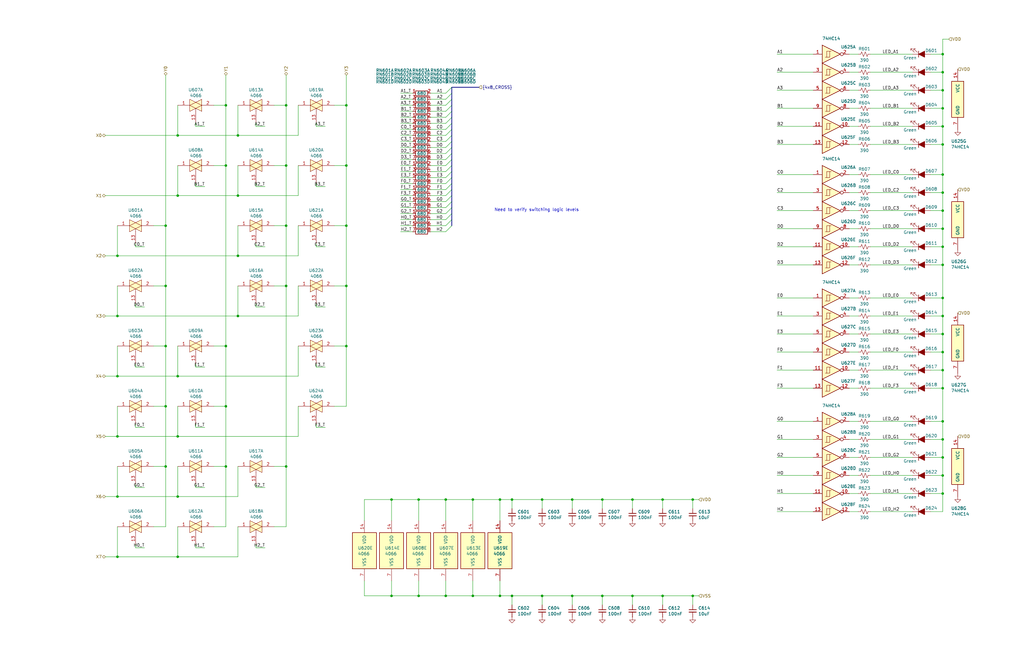
<source format=kicad_sch>
(kicad_sch (version 20250114) (generator "eeschema") (generator_version "9.0")
  (paper "B")
  (bus_alias "4x4_CROSS" (members "A1" "A2" "A3" "B0" "B2" "B3" "C0" "C1" "C3" "D0" "D1" "D2"))
  (bus_alias "4x8_CROSS" (members "A0" "A1" "A2" "A3" "B0" "B1" "B2" "B3" "C0" "C1" "C2" "C3" "D0" "D1" "D2" "D3" "E0" "E1" "E2" "E3" "F0" "F1" "F2" "F3" "G0" "G1" "G2" "G3" "H0" "H1" "H2" "H3"))
  (text "Need to verify switching logic levels" (at 226.314 88.646 0) (effects (font (size 1.27 1.27))))
  (junction (at 241.3 210.82))
  (junction (at 397.51 163.83))
  (junction (at 397.51 133.35))
  (junction (at 254 251.46))
  (junction (at 69.85 120.65))
  (junction (at 69.85 196.85))
  (junction (at 95.25 171.45))
  (junction (at 95.25 196.85))
  (junction (at 120.65 120.65))
  (junction (at 397.51 22.86))
  (junction (at 146.05 95.25))
  (junction (at 176.53 251.46))
  (junction (at 266.7 210.82))
  (junction (at 210.82 251.46))
  (junction (at 254 210.82))
  (junction (at 397.51 73.66))
  (junction (at 241.3 251.46))
  (junction (at 74.93 158.75))
  (junction (at 120.65 44.45))
  (junction (at 100.33 133.35))
  (junction (at 74.93 57.15))
  (junction (at 69.85 95.25))
  (junction (at 69.85 146.05))
  (junction (at 292.1 210.82))
  (junction (at 120.65 196.85))
  (junction (at 146.05 120.65))
  (junction (at 397.51 140.97))
  (junction (at 397.51 200.66))
  (junction (at 397.51 208.28))
  (junction (at 279.4 251.46))
  (junction (at 279.4 210.82))
  (junction (at 69.85 171.45))
  (junction (at 74.93 184.15))
  (junction (at 49.53 234.95))
  (junction (at 397.51 111.76))
  (junction (at 228.6 251.46))
  (junction (at 199.39 251.46))
  (junction (at 95.25 44.45))
  (junction (at 49.53 107.95))
  (junction (at 74.93 82.55))
  (junction (at 49.53 184.15))
  (junction (at 397.51 88.9))
  (junction (at 397.51 60.96))
  (junction (at 100.33 82.55))
  (junction (at 397.51 177.8))
  (junction (at 187.96 210.82))
  (junction (at 215.9 251.46))
  (junction (at 176.53 210.82))
  (junction (at 397.51 53.34))
  (junction (at 100.33 57.15))
  (junction (at 49.53 158.75))
  (junction (at 187.96 251.46))
  (junction (at 49.53 133.35))
  (junction (at 397.51 104.14))
  (junction (at 397.51 125.73))
  (junction (at 397.51 38.1))
  (junction (at 397.51 96.52))
  (junction (at 199.39 210.82))
  (junction (at 266.7 251.46))
  (junction (at 120.65 95.25))
  (junction (at 292.1 251.46))
  (junction (at 397.51 45.72))
  (junction (at 95.25 146.05))
  (junction (at 146.05 44.45))
  (junction (at 397.51 193.04))
  (junction (at 210.82 210.82))
  (junction (at 146.05 146.05))
  (junction (at 397.51 30.48))
  (junction (at 397.51 156.21))
  (junction (at 74.93 234.95))
  (junction (at 397.51 81.28))
  (junction (at 165.1 210.82))
  (junction (at 397.51 185.42))
  (junction (at 120.65 69.85))
  (junction (at 100.33 107.95))
  (junction (at 397.51 148.59))
  (junction (at 49.53 209.55))
  (junction (at 74.93 209.55))
  (junction (at 95.25 69.85))
  (junction (at 215.9 210.82))
  (junction (at 228.6 210.82))
  (junction (at 165.1 251.46))
  (junction (at 146.05 69.85))
  (bus_entry (at 190.5 69.85) (size -2.54 2.54))
  (bus_entry (at 190.5 41.91) (size -2.54 2.54))
  (bus_entry (at 190.5 85.09) (size -2.54 2.54))
  (bus_entry (at 190.5 36.83) (size -2.54 2.54))
  (bus_entry (at 190.5 57.15) (size -2.54 2.54))
  (bus_entry (at 190.5 74.93) (size -2.54 2.54))
  (bus_entry (at 190.5 87.63) (size -2.54 2.54))
  (bus_entry (at 190.5 39.37) (size -2.54 2.54))
  (bus_entry (at 190.5 64.77) (size -2.54 2.54))
  (bus_entry (at 190.5 54.61) (size -2.54 2.54))
  (bus_entry (at 190.5 62.23) (size -2.54 2.54))
  (bus_entry (at 190.5 59.69) (size -2.54 2.54))
  (bus_entry (at 190.5 49.53) (size -2.54 2.54))
  (bus_entry (at 190.5 95.25) (size -2.54 2.54))
  (bus_entry (at 190.5 52.07) (size -2.54 2.54))
  (bus_entry (at 190.5 82.55) (size -2.54 2.54))
  (bus_entry (at 190.5 72.39) (size -2.54 2.54))
  (bus_entry (at 190.5 46.99) (size -2.54 2.54))
  (bus_entry (at 190.5 44.45) (size -2.54 2.54))
  (bus_entry (at 190.5 90.17) (size -2.54 2.54))
  (bus_entry (at 190.5 67.31) (size -2.54 2.54))
  (bus_entry (at 190.5 77.47) (size -2.54 2.54))
  (bus_entry (at 190.5 92.71) (size -2.54 2.54))
  (bus_entry (at 190.5 80.01) (size -2.54 2.54))
  (wire (pts (xy 107.95 78.74) (xy 111.76 78.74)))
  (wire (pts (xy 133.35 129.54) (xy 133.35 128.27)))
  (wire (pts (xy 358.14 73.66) (xy 361.95 73.66)))
  (wire (pts (xy 100.33 133.35) (xy 125.73 133.35)))
  (wire (pts (xy 95.25 69.85) (xy 95.25 146.05)))
  (wire (pts (xy 44.45 209.55) (xy 49.53 209.55)))
  (wire (pts (xy 400.05 16.51) (xy 397.51 16.51)))
  (wire (pts (xy 367.03 88.9) (xy 384.81 88.9)))
  (wire (pts (xy 146.05 120.65) (xy 146.05 146.05)))
  (wire (pts (xy 397.51 73.66) (xy 397.51 81.28)))
  (wire (pts (xy 82.55 78.74) (xy 86.36 78.74)))
  (wire (pts (xy 392.43 53.34) (xy 397.51 53.34)))
  (wire (pts (xy 181.61 41.91) (xy 187.96 41.91)))
  (wire (pts (xy 327.66 38.1) (xy 342.9 38.1)))
  (wire (pts (xy 397.51 177.8) (xy 397.51 185.42)))
  (wire (pts (xy 100.33 120.65) (xy 100.33 133.35)))
  (wire (pts (xy 392.43 96.52) (xy 397.51 96.52)))
  (bus (pts (xy 190.5 46.99) (xy 190.5 49.53)))
  (wire (pts (xy 392.43 38.1) (xy 397.51 38.1)))
  (wire (pts (xy 140.97 171.45) (xy 146.05 171.45)))
  (wire (pts (xy 120.65 44.45) (xy 120.65 69.85)))
  (wire (pts (xy 367.03 45.72) (xy 384.81 45.72)))
  (wire (pts (xy 107.95 78.74) (xy 107.95 77.47)))
  (wire (pts (xy 64.77 95.25) (xy 69.85 95.25)))
  (wire (pts (xy 327.66 111.76) (xy 342.9 111.76)))
  (wire (pts (xy 254 251.46) (xy 254 255.27)))
  (wire (pts (xy 397.51 133.35) (xy 397.51 140.97)))
  (wire (pts (xy 181.61 44.45) (xy 187.96 44.45)))
  (wire (pts (xy 146.05 69.85) (xy 146.05 95.25)))
  (wire (pts (xy 165.1 210.82) (xy 153.67 210.82)))
  (wire (pts (xy 133.35 154.94) (xy 137.16 154.94)))
  (wire (pts (xy 327.66 45.72) (xy 342.9 45.72)))
  (wire (pts (xy 49.53 171.45) (xy 49.53 184.15)))
  (wire (pts (xy 74.93 171.45) (xy 74.93 184.15)))
  (wire (pts (xy 397.51 60.96) (xy 397.51 73.66)))
  (wire (pts (xy 397.51 30.48) (xy 397.51 38.1)))
  (wire (pts (xy 392.43 104.14) (xy 397.51 104.14)))
  (wire (pts (xy 327.66 148.59) (xy 342.9 148.59)))
  (wire (pts (xy 168.91 41.91) (xy 173.99 41.91)))
  (wire (pts (xy 397.51 22.86) (xy 397.51 30.48)))
  (wire (pts (xy 181.61 72.39) (xy 187.96 72.39)))
  (wire (pts (xy 74.93 82.55) (xy 100.33 82.55)))
  (wire (pts (xy 74.93 196.85) (xy 74.93 209.55)))
  (wire (pts (xy 176.53 251.46) (xy 165.1 251.46)))
  (wire (pts (xy 327.66 185.42) (xy 342.9 185.42)))
  (wire (pts (xy 215.9 210.82) (xy 228.6 210.82)))
  (wire (pts (xy 181.61 39.37) (xy 187.96 39.37)))
  (wire (pts (xy 74.93 234.95) (xy 100.33 234.95)))
  (wire (pts (xy 358.14 38.1) (xy 361.95 38.1)))
  (wire (pts (xy 358.14 200.66) (xy 361.95 200.66)))
  (wire (pts (xy 367.03 30.48) (xy 384.81 30.48)))
  (wire (pts (xy 146.05 44.45) (xy 146.05 69.85)))
  (wire (pts (xy 199.39 251.46) (xy 187.96 251.46)))
  (wire (pts (xy 327.66 104.14) (xy 342.9 104.14)))
  (wire (pts (xy 181.61 74.93) (xy 187.96 74.93)))
  (wire (pts (xy 82.55 154.94) (xy 82.55 153.67)))
  (wire (pts (xy 176.53 210.82) (xy 176.53 219.71)))
  (wire (pts (xy 367.03 125.73) (xy 384.81 125.73)))
  (wire (pts (xy 392.43 88.9) (xy 397.51 88.9)))
  (wire (pts (xy 358.14 53.34) (xy 361.95 53.34)))
  (wire (pts (xy 44.45 57.15) (xy 74.93 57.15)))
  (wire (pts (xy 57.15 205.74) (xy 57.15 204.47)))
  (wire (pts (xy 181.61 54.61) (xy 187.96 54.61)))
  (wire (pts (xy 181.61 95.25) (xy 187.96 95.25)))
  (wire (pts (xy 397.51 163.83) (xy 397.51 177.8)))
  (wire (pts (xy 74.93 222.25) (xy 74.93 234.95)))
  (wire (pts (xy 215.9 251.46) (xy 215.9 255.27)))
  (wire (pts (xy 327.66 22.86) (xy 342.9 22.86)))
  (wire (pts (xy 107.95 231.14) (xy 111.76 231.14)))
  (wire (pts (xy 199.39 251.46) (xy 210.82 251.46)))
  (wire (pts (xy 165.1 251.46) (xy 153.67 251.46)))
  (wire (pts (xy 44.45 82.55) (xy 74.93 82.55)))
  (wire (pts (xy 181.61 80.01) (xy 187.96 80.01)))
  (wire (pts (xy 115.57 120.65) (xy 120.65 120.65)))
  (wire (pts (xy 49.53 234.95) (xy 74.93 234.95)))
  (wire (pts (xy 397.51 148.59) (xy 397.51 156.21)))
  (wire (pts (xy 168.91 74.93) (xy 173.99 74.93)))
  (wire (pts (xy 392.43 125.73) (xy 397.51 125.73)))
  (wire (pts (xy 168.91 52.07) (xy 173.99 52.07)))
  (bus (pts (xy 190.5 54.61) (xy 190.5 57.15)))
  (wire (pts (xy 279.4 210.82) (xy 279.4 214.63)))
  (bus (pts (xy 201.93 36.83) (xy 190.5 36.83)))
  (wire (pts (xy 74.93 57.15) (xy 100.33 57.15)))
  (bus (pts (xy 190.5 49.53) (xy 190.5 52.07)))
  (wire (pts (xy 392.43 22.86) (xy 397.51 22.86)))
  (wire (pts (xy 64.77 146.05) (xy 69.85 146.05)))
  (wire (pts (xy 397.51 38.1) (xy 397.51 45.72)))
  (wire (pts (xy 327.66 96.52) (xy 342.9 96.52)))
  (wire (pts (xy 57.15 129.54) (xy 60.96 129.54)))
  (wire (pts (xy 100.33 82.55) (xy 125.73 82.55)))
  (wire (pts (xy 133.35 78.74) (xy 137.16 78.74)))
  (wire (pts (xy 100.33 69.85) (xy 100.33 82.55)))
  (wire (pts (xy 367.03 215.9) (xy 384.81 215.9)))
  (wire (pts (xy 358.14 193.04) (xy 361.95 193.04)))
  (wire (pts (xy 181.61 69.85) (xy 187.96 69.85)))
  (wire (pts (xy 392.43 208.28) (xy 397.51 208.28)))
  (wire (pts (xy 140.97 69.85) (xy 146.05 69.85)))
  (wire (pts (xy 392.43 45.72) (xy 397.51 45.72)))
  (wire (pts (xy 140.97 120.65) (xy 146.05 120.65)))
  (wire (pts (xy 69.85 120.65) (xy 69.85 146.05)))
  (wire (pts (xy 69.85 196.85) (xy 69.85 222.25)))
  (wire (pts (xy 327.66 177.8) (xy 342.9 177.8)))
  (wire (pts (xy 292.1 210.82) (xy 294.64 210.82)))
  (wire (pts (xy 241.3 251.46) (xy 241.3 255.27)))
  (wire (pts (xy 107.95 53.34) (xy 111.76 53.34)))
  (wire (pts (xy 358.14 125.73) (xy 361.95 125.73)))
  (wire (pts (xy 100.33 222.25) (xy 100.33 234.95)))
  (wire (pts (xy 57.15 231.14) (xy 60.96 231.14)))
  (wire (pts (xy 74.93 69.85) (xy 74.93 82.55)))
  (wire (pts (xy 254 210.82) (xy 266.7 210.82)))
  (wire (pts (xy 168.91 69.85) (xy 173.99 69.85)))
  (bus (pts (xy 190.5 87.63) (xy 190.5 90.17)))
  (wire (pts (xy 49.53 107.95) (xy 100.33 107.95)))
  (wire (pts (xy 120.65 95.25) (xy 120.65 120.65)))
  (wire (pts (xy 95.25 171.45) (xy 95.25 196.85)))
  (wire (pts (xy 187.96 210.82) (xy 176.53 210.82)))
  (wire (pts (xy 397.51 200.66) (xy 397.51 208.28)))
  (wire (pts (xy 397.51 148.59) (xy 397.51 140.97)))
  (wire (pts (xy 392.43 81.28) (xy 397.51 81.28)))
  (wire (pts (xy 367.03 96.52) (xy 384.81 96.52)))
  (wire (pts (xy 358.14 177.8) (xy 361.95 177.8)))
  (wire (pts (xy 397.51 88.9) (xy 397.51 81.28)))
  (wire (pts (xy 69.85 171.45) (xy 69.85 196.85)))
  (bus (pts (xy 190.5 36.83) (xy 190.5 39.37)))
  (wire (pts (xy 358.14 156.21) (xy 361.95 156.21)))
  (wire (pts (xy 358.14 185.42) (xy 361.95 185.42)))
  (wire (pts (xy 215.9 251.46) (xy 228.6 251.46)))
  (wire (pts (xy 228.6 251.46) (xy 241.3 251.46)))
  (wire (pts (xy 168.91 87.63) (xy 173.99 87.63)))
  (wire (pts (xy 327.66 53.34) (xy 342.9 53.34)))
  (wire (pts (xy 44.45 158.75) (xy 49.53 158.75)))
  (wire (pts (xy 210.82 251.46) (xy 215.9 251.46)))
  (wire (pts (xy 133.35 53.34) (xy 137.16 53.34)))
  (wire (pts (xy 397.51 45.72) (xy 397.51 53.34)))
  (wire (pts (xy 69.85 146.05) (xy 69.85 171.45)))
  (wire (pts (xy 49.53 95.25) (xy 49.53 107.95)))
  (wire (pts (xy 140.97 146.05) (xy 146.05 146.05)))
  (wire (pts (xy 168.91 49.53) (xy 173.99 49.53)))
  (wire (pts (xy 133.35 104.14) (xy 137.16 104.14)))
  (wire (pts (xy 181.61 90.17) (xy 187.96 90.17)))
  (wire (pts (xy 64.77 120.65) (xy 69.85 120.65)))
  (wire (pts (xy 168.91 72.39) (xy 173.99 72.39)))
  (wire (pts (xy 168.91 95.25) (xy 173.99 95.25)))
  (wire (pts (xy 107.95 53.34) (xy 107.95 52.07)))
  (wire (pts (xy 228.6 251.46) (xy 228.6 255.27)))
  (wire (pts (xy 367.03 38.1) (xy 384.81 38.1)))
  (wire (pts (xy 44.45 107.95) (xy 49.53 107.95)))
  (wire (pts (xy 140.97 95.25) (xy 146.05 95.25)))
  (wire (pts (xy 367.03 140.97) (xy 384.81 140.97)))
  (wire (pts (xy 100.33 57.15) (xy 125.73 57.15)))
  (wire (pts (xy 125.73 44.45) (xy 125.73 57.15)))
  (wire (pts (xy 187.96 251.46) (xy 176.53 251.46)))
  (wire (pts (xy 82.55 180.34) (xy 86.36 180.34)))
  (wire (pts (xy 397.51 185.42) (xy 397.51 193.04)))
  (wire (pts (xy 327.66 88.9) (xy 342.9 88.9)))
  (wire (pts (xy 176.53 251.46) (xy 176.53 245.11)))
  (bus (pts (xy 190.5 72.39) (xy 190.5 74.93)))
  (wire (pts (xy 90.17 171.45) (xy 95.25 171.45)))
  (wire (pts (xy 125.73 120.65) (xy 125.73 133.35)))
  (wire (pts (xy 74.93 44.45) (xy 74.93 57.15)))
  (wire (pts (xy 181.61 52.07) (xy 187.96 52.07)))
  (wire (pts (xy 44.45 234.95) (xy 49.53 234.95)))
  (wire (pts (xy 168.91 59.69) (xy 173.99 59.69)))
  (wire (pts (xy 168.91 57.15) (xy 173.99 57.15)))
  (wire (pts (xy 100.33 196.85) (xy 100.33 209.55)))
  (wire (pts (xy 358.14 163.83) (xy 361.95 163.83)))
  (wire (pts (xy 358.14 215.9) (xy 361.95 215.9)))
  (wire (pts (xy 392.43 148.59) (xy 397.51 148.59)))
  (wire (pts (xy 392.43 111.76) (xy 397.51 111.76)))
  (wire (pts (xy 57.15 104.14) (xy 60.96 104.14)))
  (wire (pts (xy 125.73 95.25) (xy 125.73 107.95)))
  (wire (pts (xy 125.73 146.05) (xy 125.73 158.75)))
  (wire (pts (xy 82.55 205.74) (xy 86.36 205.74)))
  (wire (pts (xy 133.35 53.34) (xy 133.35 52.07)))
  (wire (pts (xy 90.17 196.85) (xy 95.25 196.85)))
  (wire (pts (xy 279.4 210.82) (xy 292.1 210.82)))
  (wire (pts (xy 133.35 104.14) (xy 133.35 102.87)))
  (wire (pts (xy 279.4 251.46) (xy 279.4 255.27)))
  (wire (pts (xy 100.33 44.45) (xy 100.33 57.15)))
  (wire (pts (xy 358.14 30.48) (xy 361.95 30.48)))
  (wire (pts (xy 168.91 39.37) (xy 173.99 39.37)))
  (wire (pts (xy 168.91 90.17) (xy 173.99 90.17)))
  (bus (pts (xy 190.5 80.01) (xy 190.5 82.55)))
  (wire (pts (xy 367.03 148.59) (xy 384.81 148.59)))
  (wire (pts (xy 292.1 210.82) (xy 292.1 214.63)))
  (wire (pts (xy 392.43 60.96) (xy 397.51 60.96)))
  (wire (pts (xy 64.77 222.25) (xy 69.85 222.25)))
  (wire (pts (xy 358.14 96.52) (xy 361.95 96.52)))
  (wire (pts (xy 210.82 210.82) (xy 199.39 210.82)))
  (wire (pts (xy 241.3 251.46) (xy 254 251.46)))
  (wire (pts (xy 358.14 22.86) (xy 361.95 22.86)))
  (wire (pts (xy 181.61 92.71) (xy 187.96 92.71)))
  (wire (pts (xy 153.67 251.46) (xy 153.67 245.11)))
  (wire (pts (xy 146.05 31.75) (xy 146.05 44.45)))
  (wire (pts (xy 168.91 67.31) (xy 173.99 67.31)))
  (wire (pts (xy 90.17 69.85) (xy 95.25 69.85)))
  (wire (pts (xy 367.03 193.04) (xy 384.81 193.04)))
  (wire (pts (xy 115.57 196.85) (xy 120.65 196.85)))
  (wire (pts (xy 327.66 30.48) (xy 342.9 30.48)))
  (wire (pts (xy 358.14 81.28) (xy 361.95 81.28)))
  (wire (pts (xy 367.03 133.35) (xy 384.81 133.35)))
  (wire (pts (xy 64.77 196.85) (xy 69.85 196.85)))
  (wire (pts (xy 397.51 104.14) (xy 397.51 96.52)))
  (wire (pts (xy 199.39 210.82) (xy 187.96 210.82)))
  (wire (pts (xy 82.55 53.34) (xy 82.55 52.07)))
  (wire (pts (xy 367.03 22.86) (xy 384.81 22.86)))
  (wire (pts (xy 397.51 104.14) (xy 397.51 111.76)))
  (wire (pts (xy 168.91 80.01) (xy 173.99 80.01)))
  (wire (pts (xy 199.39 210.82) (xy 199.39 219.71)))
  (wire (pts (xy 64.77 171.45) (xy 69.85 171.45)))
  (wire (pts (xy 327.66 156.21) (xy 342.9 156.21)))
  (wire (pts (xy 181.61 59.69) (xy 187.96 59.69)))
  (wire (pts (xy 57.15 104.14) (xy 57.15 102.87)))
  (wire (pts (xy 327.66 215.9) (xy 342.9 215.9)))
  (wire (pts (xy 107.95 205.74) (xy 107.95 204.47)))
  (wire (pts (xy 49.53 120.65) (xy 49.53 133.35)))
  (wire (pts (xy 120.65 69.85) (xy 120.65 95.25)))
  (wire (pts (xy 146.05 146.05) (xy 146.05 171.45)))
  (wire (pts (xy 181.61 62.23) (xy 187.96 62.23)))
  (wire (pts (xy 168.91 85.09) (xy 173.99 85.09)))
  (wire (pts (xy 82.55 53.34) (xy 86.36 53.34)))
  (bus (pts (xy 190.5 90.17) (xy 190.5 92.71)))
  (wire (pts (xy 49.53 158.75) (xy 74.93 158.75)))
  (bus (pts (xy 190.5 52.07) (xy 190.5 54.61)))
  (wire (pts (xy 57.15 129.54) (xy 57.15 128.27)))
  (wire (pts (xy 57.15 154.94) (xy 60.96 154.94)))
  (wire (pts (xy 358.14 208.28) (xy 361.95 208.28)))
  (wire (pts (xy 367.03 185.42) (xy 384.81 185.42)))
  (wire (pts (xy 90.17 222.25) (xy 95.25 222.25)))
  (wire (pts (xy 74.93 158.75) (xy 125.73 158.75)))
  (wire (pts (xy 57.15 154.94) (xy 57.15 153.67)))
  (wire (pts (xy 367.03 81.28) (xy 384.81 81.28)))
  (wire (pts (xy 392.43 215.9) (xy 397.51 215.9)))
  (wire (pts (xy 327.66 60.96) (xy 342.9 60.96)))
  (wire (pts (xy 133.35 154.94) (xy 133.35 153.67)))
  (wire (pts (xy 181.61 97.79) (xy 187.96 97.79)))
  (wire (pts (xy 49.53 133.35) (xy 100.33 133.35)))
  (wire (pts (xy 95.25 31.75) (xy 95.25 44.45)))
  (bus (pts (xy 190.5 62.23) (xy 190.5 64.77)))
  (wire (pts (xy 392.43 185.42) (xy 397.51 185.42)))
  (bus (pts (xy 190.5 82.55) (xy 190.5 85.09)))
  (wire (pts (xy 327.66 125.73) (xy 342.9 125.73)))
  (wire (pts (xy 49.53 146.05) (xy 49.53 158.75)))
  (wire (pts (xy 120.65 196.85) (xy 120.65 222.25)))
  (wire (pts (xy 69.85 31.75) (xy 69.85 95.25)))
  (wire (pts (xy 367.03 73.66) (xy 384.81 73.66)))
  (wire (pts (xy 397.51 16.51) (xy 397.51 22.86)))
  (wire (pts (xy 100.33 95.25) (xy 100.33 107.95)))
  (wire (pts (xy 44.45 133.35) (xy 49.53 133.35)))
  (wire (pts (xy 228.6 210.82) (xy 241.3 210.82)))
  (wire (pts (xy 210.82 210.82) (xy 210.82 219.71)))
  (wire (pts (xy 181.61 57.15) (xy 187.96 57.15)))
  (wire (pts (xy 168.91 54.61) (xy 173.99 54.61)))
  (wire (pts (xy 392.43 193.04) (xy 397.51 193.04)))
  (wire (pts (xy 327.66 140.97) (xy 342.9 140.97)))
  (bus (pts (xy 190.5 67.31) (xy 190.5 69.85)))
  (wire (pts (xy 327.66 133.35) (xy 342.9 133.35)))
  (wire (pts (xy 140.97 44.45) (xy 146.05 44.45)))
  (wire (pts (xy 168.91 64.77) (xy 173.99 64.77)))
  (wire (pts (xy 397.51 200.66) (xy 397.51 193.04)))
  (bus (pts (xy 190.5 69.85) (xy 190.5 72.39)))
  (wire (pts (xy 292.1 251.46) (xy 294.64 251.46)))
  (wire (pts (xy 241.3 210.82) (xy 241.3 214.63)))
  (bus (pts (xy 190.5 85.09) (xy 190.5 87.63)))
  (wire (pts (xy 397.51 53.34) (xy 397.51 60.96)))
  (wire (pts (xy 107.95 129.54) (xy 107.95 128.27)))
  (wire (pts (xy 57.15 205.74) (xy 60.96 205.74)))
  (wire (pts (xy 327.66 200.66) (xy 342.9 200.66)))
  (wire (pts (xy 392.43 30.48) (xy 397.51 30.48)))
  (wire (pts (xy 153.67 210.82) (xy 153.67 219.71)))
  (wire (pts (xy 95.25 146.05) (xy 95.25 171.45)))
  (wire (pts (xy 392.43 163.83) (xy 397.51 163.83)))
  (wire (pts (xy 168.91 77.47) (xy 173.99 77.47)))
  (wire (pts (xy 367.03 111.76) (xy 384.81 111.76)))
  (wire (pts (xy 165.1 251.46) (xy 165.1 245.11)))
  (wire (pts (xy 100.33 107.95) (xy 125.73 107.95)))
  (bus (pts (xy 190.5 44.45) (xy 190.5 46.99)))
  (wire (pts (xy 215.9 210.82) (xy 215.9 214.63)))
  (wire (pts (xy 82.55 78.74) (xy 82.55 77.47)))
  (wire (pts (xy 120.65 31.75) (xy 120.65 44.45)))
  (wire (pts (xy 327.66 81.28) (xy 342.9 81.28)))
  (wire (pts (xy 392.43 156.21) (xy 397.51 156.21)))
  (bus (pts (xy 190.5 92.71) (xy 190.5 95.25)))
  (wire (pts (xy 57.15 231.14) (xy 57.15 229.87)))
  (wire (pts (xy 69.85 95.25) (xy 69.85 120.65)))
  (wire (pts (xy 392.43 140.97) (xy 397.51 140.97)))
  (wire (pts (xy 107.95 104.14) (xy 107.95 102.87)))
  (wire (pts (xy 327.66 193.04) (xy 342.9 193.04)))
  (wire (pts (xy 199.39 251.46) (xy 199.39 245.11)))
  (wire (pts (xy 133.35 129.54) (xy 137.16 129.54)))
  (wire (pts (xy 57.15 180.34) (xy 57.15 179.07)))
  (wire (pts (xy 392.43 133.35) (xy 397.51 133.35)))
  (wire (pts (xy 266.7 210.82) (xy 266.7 214.63)))
  (wire (pts (xy 181.61 49.53) (xy 187.96 49.53)))
  (wire (pts (xy 367.03 156.21) (xy 384.81 156.21)))
  (wire (pts (xy 358.14 104.14) (xy 361.95 104.14)))
  (wire (pts (xy 90.17 44.45) (xy 95.25 44.45)))
  (wire (pts (xy 358.14 133.35) (xy 361.95 133.35)))
  (wire (pts (xy 367.03 208.28) (xy 384.81 208.28)))
  (wire (pts (xy 181.61 82.55) (xy 187.96 82.55)))
  (wire (pts (xy 397.51 163.83) (xy 397.51 156.21)))
  (wire (pts (xy 44.45 184.15) (xy 49.53 184.15)))
  (wire (pts (xy 120.65 120.65) (xy 120.65 196.85)))
  (wire (pts (xy 181.61 85.09) (xy 187.96 85.09)))
  (wire (pts (xy 181.61 67.31) (xy 187.96 67.31)))
  (wire (pts (xy 115.57 95.25) (xy 120.65 95.25)))
  (wire (pts (xy 181.61 46.99) (xy 187.96 46.99)))
  (wire (pts (xy 254 210.82) (xy 254 214.63)))
  (wire (pts (xy 125.73 69.85) (xy 125.73 82.55)))
  (wire (pts (xy 168.91 46.99) (xy 173.99 46.99)))
  (wire (pts (xy 392.43 73.66) (xy 397.51 73.66)))
  (wire (pts (xy 210.82 210.82) (xy 215.9 210.82)))
  (wire (pts (xy 397.51 111.76) (xy 397.51 125.73)))
  (wire (pts (xy 168.91 97.79) (xy 173.99 97.79)))
  (wire (pts (xy 358.14 148.59) (xy 361.95 148.59)))
  (wire (pts (xy 358.14 45.72) (xy 361.95 45.72)))
  (wire (pts (xy 49.53 196.85) (xy 49.53 209.55)))
  (wire (pts (xy 57.15 180.34) (xy 60.96 180.34)))
  (wire (pts (xy 125.73 171.45) (xy 125.73 184.15)))
  (wire (pts (xy 266.7 210.82) (xy 279.4 210.82)))
  (wire (pts (xy 327.66 208.28) (xy 342.9 208.28)))
  (wire (pts (xy 49.53 184.15) (xy 74.93 184.15)))
  (wire (pts (xy 367.03 60.96) (xy 384.81 60.96)))
  (wire (pts (xy 82.55 231.14) (xy 86.36 231.14)))
  (wire (pts (xy 107.95 205.74) (xy 111.76 205.74)))
  (wire (pts (xy 74.93 209.55) (xy 100.33 209.55)))
  (wire (pts (xy 187.96 210.82) (xy 187.96 219.71)))
  (wire (pts (xy 82.55 180.34) (xy 82.55 179.07)))
  (wire (pts (xy 292.1 251.46) (xy 292.1 255.27)))
  (wire (pts (xy 115.57 222.25) (xy 120.65 222.25)))
  (wire (pts (xy 327.66 73.66) (xy 342.9 73.66)))
  (wire (pts (xy 392.43 200.66) (xy 397.51 200.66)))
  (wire (pts (xy 358.14 140.97) (xy 361.95 140.97)))
  (wire (pts (xy 49.53 222.25) (xy 49.53 234.95)))
  (wire (pts (xy 397.51 96.52) (xy 397.51 88.9)))
  (wire (pts (xy 168.91 82.55) (xy 173.99 82.55)))
  (wire (pts (xy 181.61 87.63) (xy 187.96 87.63)))
  (wire (pts (xy 266.7 251.46) (xy 279.4 251.46)))
  (wire (pts (xy 168.91 62.23) (xy 173.99 62.23)))
  (wire (pts (xy 187.96 251.46) (xy 187.96 245.11)))
  (wire (pts (xy 168.91 44.45) (xy 173.99 44.45)))
  (wire (pts (xy 254 251.46) (xy 266.7 251.46)))
  (bus (pts (xy 190.5 41.91) (xy 190.5 44.45)))
  (wire (pts (xy 181.61 77.47) (xy 187.96 77.47)))
  (wire (pts (xy 133.35 180.34) (xy 137.16 180.34)))
  (wire (pts (xy 133.35 180.34) (xy 133.35 179.07)))
  (bus (pts (xy 190.5 74.93) (xy 190.5 77.47)))
  (wire (pts (xy 392.43 177.8) (xy 397.51 177.8)))
  (wire (pts (xy 367.03 104.14) (xy 384.81 104.14)))
  (wire (pts (xy 115.57 44.45) (xy 120.65 44.45)))
  (wire (pts (xy 74.93 146.05) (xy 74.93 158.75)))
  (wire (pts (xy 95.25 196.85) (xy 95.25 222.25)))
  (bus (pts (xy 190.5 59.69) (xy 190.5 62.23)))
  (wire (pts (xy 367.03 200.66) (xy 384.81 200.66)))
  (wire (pts (xy 49.53 209.55) (xy 74.93 209.55)))
  (wire (pts (xy 146.05 95.25) (xy 146.05 120.65)))
  (wire (pts (xy 168.91 92.71) (xy 173.99 92.71)))
  (wire (pts (xy 327.66 163.83) (xy 342.9 163.83)))
  (wire (pts (xy 358.14 60.96) (xy 361.95 60.96)))
  (wire (pts (xy 95.25 44.45) (xy 95.25 69.85)))
  (wire (pts (xy 82.55 205.74) (xy 82.55 204.47)))
  (wire (pts (xy 90.17 146.05) (xy 95.25 146.05)))
  (wire (pts (xy 74.93 184.15) (xy 125.73 184.15)))
  (wire (pts (xy 279.4 251.46) (xy 292.1 251.46)))
  (wire (pts (xy 82.55 231.14) (xy 82.55 229.87)))
  (wire (pts (xy 133.35 78.74) (xy 133.35 77.47)))
  (wire (pts (xy 358.14 111.76) (xy 361.95 111.76)))
  (wire (pts (xy 165.1 210.82) (xy 165.1 219.71)))
  (wire (pts (xy 210.82 251.46) (xy 210.82 245.11)))
  (wire (pts (xy 181.61 64.77) (xy 187.96 64.77)))
  (wire (pts (xy 176.53 210.82) (xy 165.1 210.82)))
  (wire (pts (xy 358.14 88.9) (xy 361.95 88.9)))
  (wire (pts (xy 367.03 53.34) (xy 384.81 53.34)))
  (bus (pts (xy 190.5 57.15) (xy 190.5 59.69)))
  (wire (pts (xy 107.95 129.54) (xy 111.76 129.54)))
  (bus (pts (xy 190.5 77.47) (xy 190.5 80.01)))
  (bus (pts (xy 190.5 39.37) (xy 190.5 41.91)))
  (wire (pts (xy 228.6 210.82) (xy 228.6 214.63)))
  (wire (pts (xy 241.3 210.82) (xy 254 210.82)))
  (wire (pts (xy 266.7 251.46) (xy 266.7 255.27)))
  (wire (pts (xy 397.51 125.73) (xy 397.51 133.35)))
  (wire (pts (xy 115.57 69.85) (xy 120.65 69.85)))
  (wire (pts (xy 107.95 104.14) (xy 111.76 104.14)))
  (wire (pts (xy 82.55 154.94) (xy 86.36 154.94)))
  (bus (pts (xy 190.5 64.77) (xy 190.5 67.31)))
  (wire (pts (xy 107.95 231.14) (xy 107.95 229.87)))
  (wire (pts (xy 397.51 215.9) (xy 397.51 208.28)))
  (wire (pts (xy 367.03 163.83) (xy 384.81 163.83)))
  (wire (pts (xy 367.03 177.8) (xy 384.81 177.8)))
  (label "LED_E3" (at 372.11 140.97 0))
  (label "G2" (at 186.69 90.17 180))
  (label "LED_C3" (at 372.11 88.9 0))
  (label "B3_T" (at 168.91 52.07 0))
  (label "A3_T" (at 168.91 44.45 0))
  (label "B1_T" (at 168.91 46.99 0))
  (label "B2_T" (at 168.91 49.53 0))
  (label "A1_T" (at 168.91 39.37 0))
  (label "A2_T" (at 168.91 41.91 0))
  (label "LED_A2" (at 372.11 30.48 0))
  (label "H0_T" (at 60.96 231.14 180))
  (label "G1" (at 186.69 87.63 180))
  (label "LED_F1" (at 372.11 156.21 0))
  (label "LED_H0" (at 372.11 200.66 0))
  (label "LED_E0" (at 372.11 125.73 0))
  (label "C2" (at 186.69 57.15 180))
  (label "D0_T" (at 60.96 129.54 180))
  (label "G2_T" (at 111.76 205.74 180))
  (label "B3" (at 327.66 60.96 0))
  (label "F3" (at 186.69 82.55 180))
  (label "C0" (at 327.66 73.66 0))
  (label "H2" (at 327.66 215.9 0))
  (label "LED_G2" (at 372.11 193.04 0))
  (label "C0_T" (at 60.96 104.14 180))
  (label "LED_G1" (at 372.11 185.42 0))
  (label "A1" (at 186.69 39.37 180))
  (label "E0" (at 186.69 69.85 180))
  (label "H1" (at 327.66 208.28 0))
  (label "C3" (at 327.66 88.9 0))
  (label "C3" (at 186.69 59.69 180))
  (label "B1" (at 327.66 45.72 0))
  (label "F0" (at 186.69 77.47 180))
  (label "B3" (at 186.69 52.07 180))
  (label "C2_T" (at 111.76 104.14 180))
  (label "B2" (at 186.69 49.53 180))
  (label "B1" (at 186.69 46.99 180))
  (label "E0_T" (at 168.91 69.85 0))
  (label "E1_T" (at 168.91 72.39 0))
  (label "C3_T" (at 168.91 59.69 0))
  (label "D0_T" (at 168.91 62.23 0))
  (label "D2_T" (at 168.91 64.77 0))
  (label "D3_T" (at 168.91 67.31 0))
  (label "F3_T" (at 168.91 82.55 0))
  (label "G0_T" (at 168.91 85.09 0))
  (label "G1_T" (at 168.91 87.63 0))
  (label "E3_T" (at 168.91 74.93 0))
  (label "F0_T" (at 168.91 77.47 0))
  (label "F1_T" (at 168.91 80.01 0))
  (label "G2_T" (at 168.91 90.17 0))
  (label "H0_T" (at 168.91 92.71 0))
  (label "H1_T" (at 168.91 95.25 0))
  (label "H2_T" (at 168.91 97.79 0))
  (label "C0_T" (at 168.91 54.61 0))
  (label "C2_T" (at 168.91 57.15 0))
  (label "H2_T" (at 111.76 231.14 180))
  (label "G0" (at 327.66 177.8 0))
  (label "D0" (at 327.66 96.52 0))
  (label "H0" (at 327.66 200.66 0))
  (label "LED_B2" (at 372.11 53.34 0))
  (label "LED_F0" (at 372.11 148.59 0))
  (label "A3" (at 186.69 44.45 180))
  (label "E1" (at 186.69 72.39 180))
  (label "G0_T" (at 60.96 205.74 180))
  (label "D3" (at 186.69 67.31 180))
  (label "H2" (at 186.69 97.79 180))
  (label "E0_T" (at 60.96 154.94 180))
  (label "D2" (at 186.69 64.77 180))
  (label "LED_A1" (at 372.11 22.86 0))
  (label "E0" (at 327.66 125.73 0))
  (label "A2" (at 327.66 30.48 0))
  (label "C3_T" (at 137.16 104.14 180))
  (label "F0" (at 327.66 148.59 0))
  (label "B2_T" (at 111.76 78.74 180))
  (label "LED_F3" (at 372.11 163.83 0))
  (label "H0" (at 186.69 92.71 180))
  (label "LED_E1" (at 372.11 133.35 0))
  (label "H1" (at 186.69 95.25 180))
  (label "B1_T" (at 86.36 78.74 180))
  (label "G1_T" (at 86.36 205.74 180))
  (label "LED_D0" (at 372.11 96.52 0))
  (label "A2_T" (at 111.76 53.34 180))
  (label "E3" (at 327.66 140.97 0))
  (label "D0" (at 186.69 62.23 180))
  (label "E1" (at 327.66 133.35 0))
  (label "G1" (at 327.66 185.42 0))
  (label "A1_T" (at 86.36 53.34 180))
  (label "A2" (at 186.69 41.91 180))
  (label "E3_T" (at 137.16 154.94 180))
  (label "D2" (at 327.66 104.14 0))
  (label "E1_T" (at 86.36 154.94 180))
  (label "F0_T" (at 60.96 180.34 180))
  (label "D3" (at 327.66 111.76 0))
  (label "LED_H2" (at 372.11 215.9 0))
  (label "D3_T" (at 137.16 129.54 180))
  (label "H1_T" (at 86.36 231.14 180))
  (label "G0" (at 186.69 85.09 180))
  (label "A3" (at 327.66 38.1 0))
  (label "F1" (at 327.66 156.21 0))
  (label "C2" (at 327.66 81.28 0))
  (label "F1" (at 186.69 80.01 180))
  (label "LED_B1" (at 372.11 45.72 0))
  (label "B2" (at 327.66 53.34 0))
  (label "LED_D2" (at 372.11 104.14 0))
  (label "D2_T" (at 111.76 129.54 180))
  (label "E3" (at 186.69 74.93 180))
  (label "LED_D3" (at 372.11 111.76 0))
  (label "LED_C2" (at 372.11 81.28 0))
  (label "F1_T" (at 86.36 180.34 180))
  (label "LED_G0" (at 372.11 177.8 0))
  (label "C0" (at 186.69 54.61 180))
  (label "LED_H1" (at 372.11 208.28 0))
  (label "LED_C0" (at 372.11 73.66 0))
  (label "LED_A3" (at 372.11 38.1 0))
  (label "LED_B3" (at 372.11 60.96 0))
  (label "G2" (at 327.66 193.04 0))
  (label "F3" (at 327.66 163.83 0))
  (label "F3_T" (at 137.16 180.34 180))
  (label "A3_T" (at 137.16 53.34 180))
  (label "B3_T" (at 137.16 78.74 180))
  (label "A1" (at 327.66 22.86 0))
  (hierarchical_label "VSS" (shape input) (at 294.64 251.46 0))
  (hierarchical_label "VDD" (shape input) (at 400.05 16.51 0))
  (hierarchical_label "VDD" (shape input) (at 403.86 132.08 0))
  (hierarchical_label "VDD" (shape input) (at 403.86 184.15 0))
  (hierarchical_label "Y0" (shape bidirectional) (at 69.85 31.75 90))
  (hierarchical_label "VDD" (shape input) (at 294.64 210.82 0))
  (hierarchical_label "Y3" (shape bidirectional) (at 146.05 31.75 90))
  (hierarchical_label "X6" (shape bidirectional) (at 44.45 209.55 180))
  (hierarchical_label "Y2" (shape bidirectional) (at 120.65 31.75 90))
  (hierarchical_label "X3" (shape bidirectional) (at 44.45 133.35 180))
  (hierarchical_label "Y1" (shape bidirectional) (at 95.25 31.75 90))
  (hierarchical_label "X5" (shape bidirectional) (at 44.45 184.15 180))
  (hierarchical_label "X2" (shape bidirectional) (at 44.45 107.95 180))
  (hierarchical_label "VDD" (shape input) (at 403.86 29.21 0))
  (hierarchical_label "VDD" (shape input) (at 403.86 80.01 0))
  (hierarchical_label "X4" (shape bidirectional) (at 44.45 158.75 180))
  (hierarchical_label "X1" (shape bidirectional) (at 44.45 82.55 180))
  (hierarchical_label "X0" (shape bidirectional) (at 44.45 57.15 180))
  (hierarchical_label "X7" (shape bidirectional) (at 44.45 234.95 180))
  (hierarchical_label "{4x8_CROSS}" (shape input) (at 201.93 36.83 0))
  (symbol (lib_id "4xxx:4066") (at 57.15 95.25 0) (mirror x) (unit 1)
    (property "Reference" "U601" (at 57.15 88.6925 0))
    (property "Value" "4066" (at 57.15 91.1168 0))
    (property "Footprint" "Package_SO:SOIC-14_3.9x8.7mm_P1.27mm" (effects (hide yes)))
    (property "Datasheet" "http://www.ti.com/lit/ds/symlink/cd4066b.pdf" (effects (hide yes)))
    (property "Description" "Quad Analog Switches" (effects (hide yes)))
  )
  (symbol (lib_id "Library_MicSwitcher:R_Network04_Split") (at 177.8 64.77 90) (unit 3)
    (property "Reference" "RN603" (at 177.546 33.02 90))
    (property "Value" "680" (at 177.8 64.77 90))
    (property "Footprint" "Resistor_SMD:R_Array_Convex_4x1206" (effects (hide yes)))
    (property "Datasheet" "http://www.vishay.com/docs/31509/csc.pdf" (effects (hide yes)))
    (property "Description" "4 resistor network, star topology, bussed resistors, split" (effects (hide yes)))
  )
  (symbol (lib_id "4xxx:4066") (at 82.55 69.85 0) (mirror x) (unit 1)
    (property "Reference" "U608" (at 82.55 63.2925 0))
    (property "Value" "4066" (at 82.55 65.7168 0))
    (property "Footprint" "Package_SO:SOIC-14_3.9x8.7mm_P1.27mm" (effects (hide yes)))
    (property "Datasheet" "http://www.ti.com/lit/ds/symlink/cd4066b.pdf" (effects (hide yes)))
    (property "Description" "Quad Analog Switches" (effects (hide yes)))
  )
  (symbol (lib_id "Device:C_Small") (at 254 257.81 0) (unit 1)
    (property "Reference" "C608" (at 256.3241 256.6041 0) (effects (justify left)))
    (property "Value" "100nF" (at 256.3241 259.0284 0) (effects (justify left)))
    (property "Footprint" "Capacitor_SMD:C_0402_1005Metric" (effects (hide yes)))
    (property "Description" "Unpolarized capacitor, small symbol" (effects (hide yes)))
  )
  (symbol (lib_id "Library_MicSwitcher:R_Network04_Split") (at 177.8 59.69 90) (unit 1)
    (property "Reference" "RN603" (at 177.546 29.718 90))
    (property "Value" "680" (at 177.8 59.69 90))
    (property "Footprint" "Resistor_SMD:R_Array_Convex_4x1206" (effects (hide yes)))
    (property "Datasheet" "http://www.vishay.com/docs/31509/csc.pdf" (effects (hide yes)))
    (property "Description" "4 resistor network, star topology, bussed resistors, split" (effects (hide yes)))
  )
  (symbol (lib_id "power:GND") (at 279.4 260.35 0) (mirror y) (unit 1)
    (property "Reference" "#PWR0612" (effects (hide yes)))
    (property "Value" "GND" (effects (hide yes)))
    (property "Description" "Power symbol creates a global label with name \"GND\" , ground" (effects (hide yes)))
  )
  (symbol (lib_name "74HC14_6") (lib_id "74xx:74HC14") (at 350.52 60.96 0) (unit 6)
    (property "Reference" "U625" (at 354.584 57.912 0) (effects (justify left)))
    (property "Value" "74HC14" (effects (hide yes)))
    (property "Footprint" "Package_SO:SOIC-14_3.9x8.7mm_P1.27mm" (effects (hide yes)))
    (property "Datasheet" "http://www.ti.com/lit/gpn/sn74HC14" (effects (hide yes)))
    (property "Description" "Hex inverter schmitt trigger" (effects (hide yes)))
  )
  (symbol (lib_id "Library_MicSwitcher:R_Network04_Split") (at 177.8 90.17 90) (unit 1)
    (property "Reference" "RN606" (at 196.85 29.718 90))
    (property "Value" "680" (at 177.8 90.17 90))
    (property "Footprint" "Resistor_SMD:R_Array_Convex_4x1206" (effects (hide yes)))
    (property "Datasheet" "http://www.vishay.com/docs/31509/csc.pdf" (effects (hide yes)))
    (property "Description" "4 resistor network, star topology, bussed resistors, split" (effects (hide yes)))
  )
  (symbol (lib_name "74HC14_2") (lib_id "74xx:74HC14") (at 350.52 73.66 0) (unit 1)
    (property "Reference" "U626" (at 354.584 70.612 0) (effects (justify left)))
    (property "Value" "74HC14" (at 346.71 67.056 0) (effects (justify left)))
    (property "Footprint" "Package_SO:SOIC-14_3.9x8.7mm_P1.27mm" (effects (hide yes)))
    (property "Datasheet" "http://www.ti.com/lit/gpn/sn74HC14" (effects (hide yes)))
    (property "Description" "Hex inverter schmitt trigger" (effects (hide yes)))
  )
  (symbol (lib_id "Device:C_Small") (at 254 217.17 0) (unit 1)
    (property "Reference" "C607" (at 256.3241 215.9641 0) (effects (justify left)))
    (property "Value" "100nF" (at 256.3241 218.3884 0) (effects (justify left)))
    (property "Footprint" "Capacitor_SMD:C_0402_1005Metric" (effects (hide yes)))
    (property "Description" "Unpolarized capacitor, small symbol" (effects (hide yes)))
  )
  (symbol (lib_id "4xxx:4066") (at 82.55 44.45 0) (mirror x) (unit 1)
    (property "Reference" "U607" (at 82.55 37.8925 0))
    (property "Value" "4066" (at 82.55 40.3168 0))
    (property "Footprint" "Package_SO:SOIC-14_3.9x8.7mm_P1.27mm" (effects (hide yes)))
    (property "Datasheet" "http://www.ti.com/lit/ds/symlink/cd4066b.pdf" (effects (hide yes)))
    (property "Description" "Quad Analog Switches" (effects (hide yes)))
  )
  (symbol (lib_name "74HC14_3") (lib_id "74xx:74HC14") (at 350.52 133.35 0) (unit 2)
    (property "Reference" "U627" (at 354.584 130.302 0) (effects (justify left)))
    (property "Value" "74HC14" (effects (hide yes)))
    (property "Footprint" "Package_SO:SOIC-14_3.9x8.7mm_P1.27mm" (effects (hide yes)))
    (property "Datasheet" "http://www.ti.com/lit/gpn/sn74HC14" (effects (hide yes)))
    (property "Description" "Hex inverter schmitt trigger" (effects (hide yes)))
  )
  (symbol (lib_id "Device:LED_Filled") (at 388.62 96.52 0) (mirror x) (unit 1)
    (property "Reference" "D610" (at 390.144 94.996 0) (effects (justify left)))
    (property "Value" "Green" (at 386.588 98.044 0) (effects (justify right)))
    (property "Footprint" "LED_SMD:LED_0603_1608Metric" (effects (hide yes)))
    (property "Description" "Light emitting diode, filled shape" (effects (hide yes)))
    (property "DigiKey Part Number" "732-5016-ND" (effects (hide yes)))
  )
  (symbol (lib_id "Device:LED_Filled") (at 388.62 140.97 0) (mirror x) (unit 1)
    (property "Reference" "D615" (at 390.144 139.446 0) (effects (justify left)))
    (property "Value" "Green" (at 386.588 142.494 0) (effects (justify right)))
    (property "Footprint" "LED_SMD:LED_0603_1608Metric" (effects (hide yes)))
    (property "Description" "Light emitting diode, filled shape" (effects (hide yes)))
    (property "DigiKey Part Number" "732-5016-ND" (effects (hide yes)))
  )
  (symbol (lib_id "Device:C_Small") (at 228.6 217.17 0) (unit 1)
    (property "Reference" "C603" (at 230.9241 215.9641 0) (effects (justify left)))
    (property "Value" "100nF" (at 230.9241 218.3884 0) (effects (justify left)))
    (property "Footprint" "Capacitor_SMD:C_0402_1005Metric" (effects (hide yes)))
    (property "Description" "Unpolarized capacitor, small symbol" (effects (hide yes)))
  )
  (symbol (lib_id "4xxx:4066") (at 57.15 171.45 0) (mirror x) (unit 1)
    (property "Reference" "U604" (at 57.15 164.8925 0))
    (property "Value" "4066" (at 57.15 167.3168 0))
    (property "Footprint" "Package_SO:SOIC-14_3.9x8.7mm_P1.27mm" (effects (hide yes)))
    (property "Datasheet" "http://www.ti.com/lit/ds/symlink/cd4066b.pdf" (effects (hide yes)))
    (property "Description" "Quad Analog Switches" (effects (hide yes)))
  )
  (symbol (lib_id "74xx:74HC14") (at 403.86 92.71 0) (unit 7)
    (property "Reference" "U626" (at 401.066 110.3517 0) (effects (justify left)))
    (property "Value" "74HC14" (at 401.066 112.776 0) (effects (justify left)))
    (property "Footprint" "Package_SO:SOIC-14_3.9x8.7mm_P1.27mm" (effects (hide yes)))
    (property "Datasheet" "http://www.ti.com/lit/gpn/sn74HC14" (effects (hide yes)))
    (property "Description" "Hex inverter schmitt trigger" (effects (hide yes)))
  )
  (symbol (lib_id "Library_MicSwitcher:R_Network04_Split") (at 177.8 39.37 90) (unit 1)
    (property "Reference" "RN601" (at 162.306 29.718 90))
    (property "Value" "680" (at 177.8 39.37 90))
    (property "Footprint" "Resistor_SMD:R_Array_Convex_4x1206" (effects (hide yes)))
    (property "Datasheet" "http://www.vishay.com/docs/31509/csc.pdf" (effects (hide yes)))
    (property "Description" "4 resistor network, star topology, bussed resistors, split" (effects (hide yes)))
  )
  (symbol (lib_id "4xxx:4066") (at 153.67 232.41 0) (unit 5)
    (property "Reference" "U620" (at 150.876 231.2557 0) (effects (justify left)))
    (property "Value" "4066" (at 150.876 233.68 0) (effects (justify left)))
    (property "Footprint" "Package_SO:SOIC-14_3.9x8.7mm_P1.27mm" (effects (hide yes)))
    (property "Datasheet" "http://www.ti.com/lit/ds/symlink/cd4066b.pdf" (effects (hide yes)))
    (property "Description" "Quad Analog Switches" (effects (hide yes)))
  )
  (symbol (lib_id "4xxx:4066") (at 133.35 95.25 0) (mirror x) (unit 1)
    (property "Reference" "U621" (at 133.35 88.6925 0))
    (property "Value" "4066" (at 133.35 91.1168 0))
    (property "Footprint" "Package_SO:SOIC-14_3.9x8.7mm_P1.27mm" (effects (hide yes)))
    (property "Datasheet" "http://www.ti.com/lit/ds/symlink/cd4066b.pdf" (effects (hide yes)))
    (property "Description" "Quad Analog Switches" (effects (hide yes)))
  )
  (symbol (lib_id "Device:LED_Filled") (at 388.62 215.9 0) (mirror x) (unit 1)
    (property "Reference" "D624" (at 390.144 214.376 0) (effects (justify left)))
    (property "Value" "Green" (at 386.588 217.424 0) (effects (justify right)))
    (property "Footprint" "LED_SMD:LED_0603_1608Metric" (effects (hide yes)))
    (property "Description" "Light emitting diode, filled shape" (effects (hide yes)))
    (property "DigiKey Part Number" "732-5016-ND" (effects (hide yes)))
  )
  (symbol (lib_id "Library_MicSwitcher:R_Network04_Split") (at 177.8 44.45 90) (unit 3)
    (property "Reference" "RN601" (at 162.306 33.02 90))
    (property "Value" "680" (at 177.8 44.45 90))
    (property "Footprint" "Resistor_SMD:R_Array_Convex_4x1206" (effects (hide yes)))
    (property "Datasheet" "http://www.vishay.com/docs/31509/csc.pdf" (effects (hide yes)))
    (property "Description" "4 resistor network, star topology, bussed resistors, split" (effects (hide yes)))
  )
  (symbol (lib_id "Device:R_Small_US") (at 364.49 38.1 270) (unit 1)
    (property "Reference" "R603" (at 364.49 35.814 90))
    (property "Value" "390" (at 364.49 40.64 90))
    (property "Footprint" "Resistor_SMD:R_0402_1005Metric" (effects (hide yes)))
    (property "Description" "Resistor, small US symbol" (effects (hide yes)))
  )
  (symbol (lib_id "Device:LED_Filled") (at 388.62 133.35 0) (mirror x) (unit 1)
    (property "Reference" "D614" (at 390.144 131.826 0) (effects (justify left)))
    (property "Value" "Green" (at 386.588 134.874 0) (effects (justify right)))
    (property "Footprint" "LED_SMD:LED_0603_1608Metric" (effects (hide yes)))
    (property "Description" "Light emitting diode, filled shape" (effects (hide yes)))
    (property "DigiKey Part Number" "732-5016-ND" (effects (hide yes)))
  )
  (symbol (lib_id "power:GND") (at 266.7 260.35 0) (mirror y) (unit 1)
    (property "Reference" "#PWR0610" (effects (hide yes)))
    (property "Value" "GND" (effects (hide yes)))
    (property "Description" "Power symbol creates a global label with name \"GND\" , ground" (effects (hide yes)))
  )
  (symbol (lib_name "74HC14_5") (lib_id "74xx:74HC14") (at 350.52 38.1 0) (unit 3)
    (property "Reference" "U625" (at 354.584 35.052 0) (effects (justify left)))
    (property "Value" "74HC14" (effects (hide yes)))
    (property "Footprint" "Package_SO:SOIC-14_3.9x8.7mm_P1.27mm" (effects (hide yes)))
    (property "Datasheet" "http://www.ti.com/lit/gpn/sn74HC14" (effects (hide yes)))
    (property "Description" "Hex inverter schmitt trigger" (effects (hide yes)))
  )
  (symbol (lib_id "Library_MicSwitcher:R_Network04_Split") (at 177.8 52.07 90) (unit 2)
    (property "Reference" "RN602" (at 169.926 31.3577 90))
    (property "Value" "680" (at 177.8 52.07 90))
    (property "Footprint" "Resistor_SMD:R_Array_Convex_4x1206" (effects (hide yes)))
    (property "Datasheet" "http://www.vishay.com/docs/31509/csc.pdf" (effects (hide yes)))
    (property "Description" "4 resistor network, star topology, bussed resistors, split" (effects (hide yes)))
  )
  (symbol (lib_id "Library_MicSwitcher:R_Network04_Split") (at 177.8 77.47 90) (unit 4)
    (property "Reference" "RN604" (at 185.166 34.544 90))
    (property "Value" "680" (at 177.8 77.47 90))
    (property "Footprint" "Resistor_SMD:R_Array_Convex_4x1206" (effects (hide yes)))
    (property "Datasheet" "http://www.vishay.com/docs/31509/csc.pdf" (effects (hide yes)))
    (property "Description" "4 resistor network, star topology, bussed resistors, split" (effects (hide yes)))
  )
  (symbol (lib_id "Device:LED_Filled") (at 388.62 177.8 0) (mirror x) (unit 1)
    (property "Reference" "D619" (at 390.144 176.276 0) (effects (justify left)))
    (property "Value" "Green" (at 386.588 179.324 0) (effects (justify right)))
    (property "Footprint" "LED_SMD:LED_0603_1608Metric" (effects (hide yes)))
    (property "Description" "Light emitting diode, filled shape" (effects (hide yes)))
    (property "DigiKey Part Number" "732-5016-ND" (effects (hide yes)))
  )
  (symbol (lib_id "Device:C_Small") (at 215.9 217.17 0) (unit 1)
    (property "Reference" "C601" (at 218.2241 215.9641 0) (effects (justify left)))
    (property "Value" "100nF" (at 218.2241 218.3884 0) (effects (justify left)))
    (property "Footprint" "Capacitor_SMD:C_0402_1005Metric" (effects (hide yes)))
    (property "Description" "Unpolarized capacitor, small symbol" (effects (hide yes)))
  )
  (symbol (lib_id "Library_MicSwitcher:R_Network04_Split") (at 177.8 95.25 90) (unit 3)
    (property "Reference" "RN606" (at 196.85 33.02 90))
    (property "Value" "680" (at 177.8 95.25 90))
    (property "Footprint" "Resistor_SMD:R_Array_Convex_4x1206" (effects (hide yes)))
    (property "Datasheet" "http://www.vishay.com/docs/31509/csc.pdf" (effects (hide yes)))
    (property "Description" "4 resistor network, star topology, bussed resistors, split" (effects (hide yes)))
  )
  (symbol (lib_id "Device:LED_Filled") (at 388.62 60.96 0) (mirror x) (unit 1)
    (property "Reference" "D606" (at 390.144 59.436 0) (effects (justify left)))
    (property "Value" "Green" (at 386.588 62.484 0) (effects (justify right)))
    (property "Footprint" "LED_SMD:LED_0603_1608Metric" (effects (hide yes)))
    (property "Description" "Light emitting diode, filled shape" (effects (hide yes)))
    (property "DigiKey Part Number" "732-5016-ND" (effects (hide yes)))
  )
  (symbol (lib_id "power:GND") (at 228.6 219.71 0) (mirror y) (unit 1)
    (property "Reference" "#PWR0603" (effects (hide yes)))
    (property "Value" "GND" (effects (hide yes)))
    (property "Description" "Power symbol creates a global label with name \"GND\" , ground" (effects (hide yes)))
  )
  (symbol (lib_id "power:GND") (at 403.86 209.55 0) (unit 1)
    (property "Reference" "#PWR0618" (effects (hide yes)))
    (property "Value" "GND" (effects (hide yes)))
    (property "Description" "Power symbol creates a global label with name \"GND\" , ground" (effects (hide yes)))
  )
  (symbol (lib_id "Device:R_Small_US") (at 364.49 22.86 270) (unit 1)
    (property "Reference" "R601" (at 364.49 20.574 90))
    (property "Value" "390" (at 364.49 25.4 90))
    (property "Footprint" "Resistor_SMD:R_0402_1005Metric" (effects (hide yes)))
    (property "Description" "Resistor, small US symbol" (effects (hide yes)))
  )
  (symbol (lib_id "Device:LED_Filled") (at 388.62 81.28 0) (mirror x) (unit 1)
    (property "Reference" "D608" (at 390.144 79.756 0) (effects (justify left)))
    (property "Value" "Green" (at 386.588 82.804 0) (effects (justify right)))
    (property "Footprint" "LED_SMD:LED_0603_1608Metric" (effects (hide yes)))
    (property "Description" "Light emitting diode, filled shape" (effects (hide yes)))
    (property "DigiKey Part Number" "732-5016-ND" (effects (hide yes)))
  )
  (symbol (lib_id "4xxx:4066") (at 133.35 171.45 0) (mirror x) (unit 1)
    (property "Reference" "U624" (at 133.35 164.8925 0))
    (property "Value" "4066" (at 133.35 167.3168 0))
    (property "Footprint" "Package_SO:SOIC-14_3.9x8.7mm_P1.27mm" (effects (hide yes)))
    (property "Datasheet" "http://www.ti.com/lit/ds/symlink/cd4066b.pdf" (effects (hide yes)))
    (property "Description" "Quad Analog Switches" (effects (hide yes)))
  )
  (symbol (lib_name "74HC14_6") (lib_id "74xx:74HC14") (at 350.52 111.76 0) (unit 6)
    (property "Reference" "U626" (at 354.584 108.712 0) (effects (justify left)))
    (property "Value" "74HC14" (effects (hide yes)))
    (property "Footprint" "Package_SO:SOIC-14_3.9x8.7mm_P1.27mm" (effects (hide yes)))
    (property "Datasheet" "http://www.ti.com/lit/gpn/sn74HC14" (effects (hide yes)))
    (property "Description" "Hex inverter schmitt trigger" (effects (hide yes)))
  )
  (symbol (lib_id "power:GND") (at 215.9 219.71 0) (mirror y) (unit 1)
    (property "Reference" "#PWR0601" (effects (hide yes)))
    (property "Value" "GND" (effects (hide yes)))
    (property "Description" "Power symbol creates a global label with name \"GND\" , ground" (effects (hide yes)))
  )
  (symbol (lib_id "Device:LED_Filled") (at 388.62 163.83 0) (mirror x) (unit 1)
    (property "Reference" "D618" (at 390.144 162.306 0) (effects (justify left)))
    (property "Value" "Green" (at 386.588 165.354 0) (effects (justify right)))
    (property "Footprint" "LED_SMD:LED_0603_1608Metric" (effects (hide yes)))
    (property "Description" "Light emitting diode, filled shape" (effects (hide yes)))
    (property "DigiKey Part Number" "732-5016-ND" (effects (hide yes)))
  )
  (symbol (lib_id "Device:LED_Filled") (at 388.62 111.76 0) (mirror x) (unit 1)
    (property "Reference" "D612" (at 390.144 110.236 0) (effects (justify left)))
    (property "Value" "Green" (at 386.588 113.284 0) (effects (justify right)))
    (property "Footprint" "LED_SMD:LED_0603_1608Metric" (effects (hide yes)))
    (property "Description" "Light emitting diode, filled shape" (effects (hide yes)))
    (property "DigiKey Part Number" "732-5016-ND" (effects (hide yes)))
  )
  (symbol (lib_id "power:GND") (at 228.6 260.35 0) (mirror y) (unit 1)
    (property "Reference" "#PWR0604" (effects (hide yes)))
    (property "Value" "GND" (effects (hide yes)))
    (property "Description" "Power symbol creates a global label with name \"GND\" , ground" (effects (hide yes)))
  )
  (symbol (lib_id "Library_MicSwitcher:R_Network04_Split") (at 177.8 49.53 90) (unit 1)
    (property "Reference" "RN602" (at 169.926 29.718 90))
    (property "Value" "680" (at 177.8 49.53 90))
    (property "Footprint" "Resistor_SMD:R_Array_Convex_4x1206" (effects (hide yes)))
    (property "Datasheet" "http://www.vishay.com/docs/31509/csc.pdf" (effects (hide yes)))
    (property "Description" "4 resistor network, star topology, bussed resistors, split" (effects (hide yes)))
  )
  (symbol (lib_id "Device:C_Small") (at 228.6 257.81 0) (unit 1)
    (property "Reference" "C604" (at 230.9241 256.6041 0) (effects (justify left)))
    (property "Value" "100nF" (at 230.9241 259.0284 0) (effects (justify left)))
    (property "Footprint" "Capacitor_SMD:C_0402_1005Metric" (effects (hide yes)))
    (property "Description" "Unpolarized capacitor, small symbol" (effects (hide yes)))
  )
  (symbol (lib_id "Device:C_Small") (at 279.4 217.17 0) (unit 1)
    (property "Reference" "C611" (at 281.7241 215.9641 0) (effects (justify left)))
    (property "Value" "100nF" (at 281.7241 218.3884 0) (effects (justify left)))
    (property "Footprint" "Capacitor_SMD:C_0402_1005Metric" (effects (hide yes)))
    (property "Description" "Unpolarized capacitor, small symbol" (effects (hide yes)))
  )
  (symbol (lib_id "4xxx:4066") (at 57.15 196.85 0) (mirror x) (unit 1)
    (property "Reference" "U605" (at 57.15 190.2925 0))
    (property "Value" "4066" (at 57.15 192.7168 0))
    (property "Footprint" "Package_SO:SOIC-14_3.9x8.7mm_P1.27mm" (effects (hide yes)))
    (property "Datasheet" "http://www.ti.com/lit/ds/symlink/cd4066b.pdf" (effects (hide yes)))
    (property "Description" "Quad Analog Switches" (effects (hide yes)))
  )
  (symbol (lib_id "power:GND") (at 266.7 219.71 0) (mirror y) (unit 1)
    (property "Reference" "#PWR0609" (effects (hide yes)))
    (property "Value" "GND" (effects (hide yes)))
    (property "Description" "Power symbol creates a global label with name \"GND\" , ground" (effects (hide yes)))
  )
  (symbol (lib_id "power:GND") (at 403.86 157.48 0) (unit 1)
    (property "Reference" "#PWR0617" (effects (hide yes)))
    (property "Value" "GND" (effects (hide yes)))
    (property "Description" "Power symbol creates a global label with name \"GND\" , ground" (effects (hide yes)))
  )
  (symbol (lib_id "4xxx:4066") (at 187.96 232.41 0) (unit 5)
    (property "Reference" "U607" (at 185.166 231.2557 0) (effects (justify left)))
    (property "Value" "4066" (at 185.166 233.68 0) (effects (justify left)))
    (property "Footprint" "Package_SO:SOIC-14_3.9x8.7mm_P1.27mm" (effects (hide yes)))
    (property "Datasheet" "http://www.ti.com/lit/ds/symlink/cd4066b.pdf" (effects (hide yes)))
    (property "Description" "Quad Analog Switches" (effects (hide yes)))
  )
  (symbol (lib_name "74HC14_4") (lib_id "74xx:74HC14") (at 350.52 148.59 0) (unit 4)
    (property "Reference" "U627" (at 354.584 145.542 0) (effects (justify left)))
    (property "Value" "74HC14" (effects (hide yes)))
    (property "Footprint" "Package_SO:SOIC-14_3.9x8.7mm_P1.27mm" (effects (hide yes)))
    (property "Datasheet" "http://www.ti.com/lit/gpn/sn74HC14" (effects (hide yes)))
    (property "Description" "Hex inverter schmitt trigger" (effects (hide yes)))
  )
  (symbol (lib_id "4xxx:4066") (at 107.95 196.85 0) (mirror x) (unit 1)
    (property "Reference" "U617" (at 107.95 190.2925 0))
    (property "Value" "4066" (at 107.95 192.7168 0))
    (property "Footprint" "Package_SO:SOIC-14_3.9x8.7mm_P1.27mm" (effects (hide yes)))
    (property "Datasheet" "http://www.ti.com/lit/ds/symlink/cd4066b.pdf" (effects (hide yes)))
    (property "Description" "Quad Analog Switches" (effects (hide yes)))
  )
  (symbol (lib_id "Library_MicSwitcher:R_Network04_Split") (at 177.8 74.93 90) (unit 3)
    (property "Reference" "RN604" (at 185.166 33.02 90))
    (property "Value" "680" (at 177.8 74.93 90))
    (property "Footprint" "Resistor_SMD:R_Array_Convex_4x1206" (effects (hide yes)))
    (property "Datasheet" "http://www.vishay.com/docs/31509/csc.pdf" (effects (hide yes)))
    (property "Description" "4 resistor network, star topology, bussed resistors, split" (effects (hide yes)))
  )
  (symbol (lib_id "4xxx:4066") (at 133.35 120.65 0) (mirror x) (unit 1)
    (property "Reference" "U622" (at 133.35 114.0925 0))
    (property "Value" "4066" (at 133.35 116.5168 0))
    (property "Footprint" "Package_SO:SOIC-14_3.9x8.7mm_P1.27mm" (effects (hide yes)))
    (property "Datasheet" "http://www.ti.com/lit/ds/symlink/cd4066b.pdf" (effects (hide yes)))
    (property "Description" "Quad Analog Switches" (effects (hide yes)))
  )
  (symbol (lib_name "74HC14_6") (lib_id "74xx:74HC14") (at 350.52 215.9 0) (unit 6)
    (property "Reference" "U628" (at 354.584 212.852 0) (effects (justify left)))
    (property "Value" "74HC14" (effects (hide yes)))
    (property "Footprint" "Package_SO:SOIC-14_3.9x8.7mm_P1.27mm" (effects (hide yes)))
    (property "Datasheet" "http://www.ti.com/lit/gpn/sn74HC14" (effects (hide yes)))
    (property "Description" "Hex inverter schmitt trigger" (effects (hide yes)))
  )
  (symbol (lib_name "74HC14_3") (lib_id "74xx:74HC14") (at 350.52 185.42 0) (unit 2)
    (property "Reference" "U628" (at 354.584 182.372 0) (effects (justify left)))
    (property "Value" "74HC14" (effects (hide yes)))
    (property "Footprint" "Package_SO:SOIC-14_3.9x8.7mm_P1.27mm" (effects (hide yes)))
    (property "Datasheet" "http://www.ti.com/lit/gpn/sn74HC14" (effects (hide yes)))
    (property "Description" "Hex inverter schmitt trigger" (effects (hide yes)))
  )
  (symbol (lib_id "4xxx:4066") (at 82.55 222.25 0) (mirror x) (unit 1)
    (property "Reference" "U612" (at 82.55 215.6925 0))
    (property "Value" "4066" (at 82.55 218.1168 0))
    (property "Footprint" "Package_SO:SOIC-14_3.9x8.7mm_P1.27mm" (effects (hide yes)))
    (property "Datasheet" "http://www.ti.com/lit/ds/symlink/cd4066b.pdf" (effects (hide yes)))
    (property "Description" "Quad Analog Switches" (effects (hide yes)))
  )
  (symbol (lib_name "74HC14_1") (lib_id "74xx:74HC14") (at 350.52 208.28 0) (unit 5)
    (property "Reference" "U628" (at 354.584 205.232 0) (effects (justify left)))
    (property "Value" "74HC14" (effects (hide yes)))
    (property "Footprint" "Package_SO:SOIC-14_3.9x8.7mm_P1.27mm" (effects (hide yes)))
    (property "Datasheet" "http://www.ti.com/lit/gpn/sn74HC14" (effects (hide yes)))
    (property "Description" "Hex inverter schmitt trigger" (effects (hide yes)))
  )
  (symbol (lib_id "Device:C_Small") (at 215.9 257.81 0) (unit 1)
    (property "Reference" "C602" (at 218.2241 256.6041 0) (effects (justify left)))
    (property "Value" "100nF" (at 218.2241 259.0284 0) (effects (justify left)))
    (property "Footprint" "Capacitor_SMD:C_0402_1005Metric" (effects (hide yes)))
    (property "Description" "Unpolarized capacitor, small symbol" (effects (hide yes)))
  )
  (symbol (lib_id "Device:C_Small") (at 266.7 217.17 0) (unit 1)
    (property "Reference" "C609" (at 269.0241 215.9641 0) (effects (justify left)))
    (property "Value" "100nF" (at 269.0241 218.3884 0) (effects (justify left)))
    (property "Footprint" "Capacitor_SMD:C_0402_1005Metric" (effects (hide yes)))
    (property "Description" "Unpolarized capacitor, small symbol" (effects (hide yes)))
  )
  (symbol (lib_id "Device:R_Small_US") (at 364.49 96.52 270) (unit 1)
    (property "Reference" "R610" (at 364.49 94.234 90))
    (property "Value" "390" (at 364.49 99.06 90))
    (property "Footprint" "Resistor_SMD:R_0402_1005Metric" (effects (hide yes)))
    (property "Description" "Resistor, small US symbol" (effects (hide yes)))
  )
  (symbol (lib_id "4xxx:4066") (at 82.55 171.45 0) (mirror x) (unit 1)
    (property "Reference" "U610" (at 82.55 164.8925 0))
    (property "Value" "4066" (at 82.55 167.3168 0))
    (property "Footprint" "Package_SO:SOIC-14_3.9x8.7mm_P1.27mm" (effects (hide yes)))
    (property "Datasheet" "http://www.ti.com/lit/ds/symlink/cd4066b.pdf" (effects (hide yes)))
    (property "Description" "Quad Analog Switches" (effects (hide yes)))
  )
  (symbol (lib_id "Device:R_Small_US") (at 364.49 177.8 270) (unit 1)
    (property "Reference" "R619" (at 364.49 175.514 90))
    (property "Value" "390" (at 364.49 180.34 90))
    (property "Footprint" "Resistor_SMD:R_0402_1005Metric" (effects (hide yes)))
    (property "Description" "Resistor, small US symbol" (effects (hide yes)))
  )
  (symbol (lib_id "Device:R_Small_US") (at 364.49 156.21 270) (unit 1)
    (property "Reference" "R617" (at 364.49 153.924 90))
    (property "Value" "390" (at 364.49 158.75 90))
    (property "Footprint" "Resistor_SMD:R_0402_1005Metric" (effects (hide yes)))
    (property "Description" "Resistor, small US symbol" (effects (hide yes)))
  )
  (symbol (lib_id "4xxx:4066") (at 133.35 146.05 0) (mirror x) (unit 1)
    (property "Reference" "U623" (at 133.35 139.4925 0))
    (property "Value" "4066" (at 133.35 141.9168 0))
    (property "Footprint" "Package_SO:SOIC-14_3.9x8.7mm_P1.27mm" (effects (hide yes)))
    (property "Datasheet" "http://www.ti.com/lit/ds/symlink/cd4066b.pdf" (effects (hide yes)))
    (property "Description" "Quad Analog Switches" (effects (hide yes)))
  )
  (symbol (lib_name "74HC14_5") (lib_id "74xx:74HC14") (at 350.52 88.9 0) (unit 3)
    (property "Reference" "U626" (at 354.584 85.852 0) (effects (justify left)))
    (property "Value" "74HC14" (effects (hide yes)))
    (property "Footprint" "Package_SO:SOIC-14_3.9x8.7mm_P1.27mm" (effects (hide yes)))
    (property "Datasheet" "http://www.ti.com/lit/gpn/sn74HC14" (effects (hide yes)))
    (property "Description" "Hex inverter schmitt trigger" (effects (hide yes)))
  )
  (symbol (lib_id "Library_MicSwitcher:R_Network04_Split") (at 177.8 57.15 90) (unit 4)
    (property "Reference" "RN602" (at 169.926 34.544 90))
    (property "Value" "680" (at 177.8 57.15 90))
    (property "Footprint" "Resistor_SMD:R_Array_Convex_4x1206" (effects (hide yes)))
    (property "Datasheet" "http://www.vishay.com/docs/31509/csc.pdf" (effects (hide yes)))
    (property "Description" "4 resistor network, star topology, bussed resistors, split" (effects (hide yes)))
  )
  (symbol (lib_id "power:GND") (at 215.9 260.35 0) (mirror y) (unit 1)
    (property "Reference" "#PWR0602" (effects (hide yes)))
    (property "Value" "GND" (effects (hide yes)))
    (property "Description" "Power symbol creates a global label with name \"GND\" , ground" (effects (hide yes)))
  )
  (symbol (lib_id "4xxx:4066") (at 57.15 222.25 0) (mirror x) (unit 1)
    (property "Reference" "U606" (at 57.15 215.6925 0))
    (property "Value" "4066" (at 57.15 218.1168 0))
    (property "Footprint" "Package_SO:SOIC-14_3.9x8.7mm_P1.27mm" (effects (hide yes)))
    (property "Datasheet" "http://www.ti.com/lit/ds/symlink/cd4066b.pdf" (effects (hide yes)))
    (property "Description" "Quad Analog Switches" (effects (hide yes)))
  )
  (symbol (lib_id "74xx:74HC14") (at 403.86 144.78 0) (unit 7)
    (property "Reference" "U627" (at 401.066 162.4217 0) (effects (justify left)))
    (property "Value" "74HC14" (at 401.066 164.846 0) (effects (justify left)))
    (property "Footprint" "Package_SO:SOIC-14_3.9x8.7mm_P1.27mm" (effects (hide yes)))
    (property "Datasheet" "http://www.ti.com/lit/gpn/sn74HC14" (effects (hide yes)))
    (property "Description" "Hex inverter schmitt trigger" (effects (hide yes)))
  )
  (symbol (lib_id "Device:R_Small_US") (at 364.49 208.28 270) (unit 1)
    (property "Reference" "R623" (at 364.49 205.994 90))
    (property "Value" "390" (at 364.49 210.82 90))
    (property "Footprint" "Resistor_SMD:R_0402_1005Metric" (effects (hide yes)))
    (property "Description" "Resistor, small US symbol" (effects (hide yes)))
  )
  (symbol (lib_id "power:GND") (at 254 260.35 0) (mirror y) (unit 1)
    (property "Reference" "#PWR0608" (effects (hide yes)))
    (property "Value" "GND" (effects (hide yes)))
    (property "Description" "Power symbol creates a global label with name \"GND\" , ground" (effects (hide yes)))
  )
  (symbol (lib_id "Library_MicSwitcher:R_Network04_Split") (at 177.8 97.79 90) (unit 4)
    (property "Reference" "RN606" (at 196.85 34.544 90))
    (property "Value" "680" (at 177.8 97.79 90))
    (property "Footprint" "Resistor_SMD:R_Array_Convex_4x1206" (effects (hide yes)))
    (property "Datasheet" "http://www.vishay.com/docs/31509/csc.pdf" (effects (hide yes)))
    (property "Description" "4 resistor network, star topology, bussed resistors, split" (effects (hide yes)))
  )
  (symbol (lib_name "74HC14_4") (lib_id "74xx:74HC14") (at 350.52 200.66 0) (unit 4)
    (property "Reference" "U628" (at 354.584 197.612 0) (effects (justify left)))
    (property "Value" "74HC14" (effects (hide yes)))
    (property "Footprint" "Package_SO:SOIC-14_3.9x8.7mm_P1.27mm" (effects (hide yes)))
    (property "Datasheet" "http://www.ti.com/lit/gpn/sn74HC14" (effects (hide yes)))
    (property "Description" "Hex inverter schmitt trigger" (effects (hide yes)))
  )
  (symbol (lib_id "Device:R_Small_US") (at 364.49 88.9 270) (unit 1)
    (property "Reference" "R609" (at 364.49 86.614 90))
    (property "Value" "390" (at 364.49 91.44 90))
    (property "Footprint" "Resistor_SMD:R_0402_1005Metric" (effects (hide yes)))
    (property "Description" "Resistor, small US symbol" (effects (hide yes)))
  )
  (symbol (lib_id "Device:LED_Filled") (at 388.62 88.9 0) (mirror x) (unit 1)
    (property "Reference" "D609" (at 390.144 87.376 0) (effects (justify left)))
    (property "Value" "Green" (at 386.588 90.424 0) (effects (justify right)))
    (property "Footprint" "LED_SMD:LED_0603_1608Metric" (effects (hide yes)))
    (property "Description" "Light emitting diode, filled shape" (effects (hide yes)))
    (property "DigiKey Part Number" "732-5016-ND" (effects (hide yes)))
  )
  (symbol (lib_id "Library_MicSwitcher:R_Network04_Split") (at 177.8 41.91 90) (unit 2)
    (property "Reference" "RN601" (at 162.306 31.3577 90))
    (property "Value" "680" (at 177.8 41.91 90))
    (property "Footprint" "Resistor_SMD:R_Array_Convex_4x1206" (effects (hide yes)))
    (property "Datasheet" "http://www.vishay.com/docs/31509/csc.pdf" (effects (hide yes)))
    (property "Description" "4 resistor network, star topology, bussed resistors, split" (effects (hide yes)))
  )
  (symbol (lib_name "74HC14_1") (lib_id "74xx:74HC14") (at 350.52 53.34 0) (unit 5)
    (property "Reference" "U625" (at 354.584 50.292 0) (effects (justify left)))
    (property "Value" "74HC14" (effects (hide yes)))
    (property "Footprint" "Package_SO:SOIC-14_3.9x8.7mm_P1.27mm" (effects (hide yes)))
    (property "Datasheet" "http://www.ti.com/lit/gpn/sn74HC14" (effects (hide yes)))
    (property "Description" "Hex inverter schmitt trigger" (effects (hide yes)))
  )
  (symbol (lib_id "4xxx:4066") (at 57.15 120.65 0) (mirror x) (unit 1)
    (property "Reference" "U602" (at 57.15 114.0925 0))
    (property "Value" "4066" (at 57.15 116.5168 0))
    (property "Footprint" "Package_SO:SOIC-14_3.9x8.7mm_P1.27mm" (effects (hide yes)))
    (property "Datasheet" "http://www.ti.com/lit/ds/symlink/cd4066b.pdf" (effects (hide yes)))
    (property "Description" "Quad Analog Switches" (effects (hide yes)))
  )
  (symbol (lib_id "Device:R_Small_US") (at 364.49 81.28 270) (unit 1)
    (property "Reference" "R608" (at 364.49 78.994 90))
    (property "Value" "390" (at 364.49 83.82 90))
    (property "Footprint" "Resistor_SMD:R_0402_1005Metric" (effects (hide yes)))
    (property "Description" "Resistor, small US symbol" (effects (hide yes)))
  )
  (symbol (lib_name "74HC14_3") (lib_id "74xx:74HC14") (at 350.52 30.48 0) (unit 2)
    (property "Reference" "U625" (at 354.584 27.432 0) (effects (justify left)))
    (property "Value" "74HC14" (effects (hide yes)))
    (property "Footprint" "Package_SO:SOIC-14_3.9x8.7mm_P1.27mm" (effects (hide yes)))
    (property "Datasheet" "http://www.ti.com/lit/gpn/sn74HC14" (effects (hide yes)))
    (property "Description" "Hex inverter schmitt trigger" (effects (hide yes)))
  )
  (symbol (lib_id "Device:R_Small_US") (at 364.49 73.66 270) (unit 1)
    (property "Reference" "R607" (at 364.49 71.374 90))
    (property "Value" "390" (at 364.49 76.2 90))
    (property "Footprint" "Resistor_SMD:R_0402_1005Metric" (effects (hide yes)))
    (property "Description" "Resistor, small US symbol" (effects (hide yes)))
  )
  (symbol (lib_id "4xxx:4066") (at 82.55 196.85 0) (mirror x) (unit 1)
    (property "Reference" "U611" (at 82.55 190.2925 0))
    (property "Value" "4066" (at 82.55 192.7168 0))
    (property "Footprint" "Package_SO:SOIC-14_3.9x8.7mm_P1.27mm" (effects (hide yes)))
    (property "Datasheet" "http://www.ti.com/lit/ds/symlink/cd4066b.pdf" (effects (hide yes)))
    (property "Description" "Quad Analog Switches" (effects (hide yes)))
  )
  (symbol (lib_id "74xx:74HC14") (at 403.86 41.91 0) (unit 7)
    (property "Reference" "U625" (at 401.066 59.5517 0) (effects (justify left)))
    (property "Value" "74HC14" (at 401.066 61.976 0) (effects (justify left)))
    (property "Footprint" "Package_SO:SOIC-14_3.9x8.7mm_P1.27mm" (effects (hide yes)))
    (property "Datasheet" "http://www.ti.com/lit/gpn/sn74HC14" (effects (hide yes)))
    (property "Description" "Hex inverter schmitt trigger" (effects (hide yes)))
  )
  (symbol (lib_id "Device:R_Small_US") (at 364.49 148.59 270) (unit 1)
    (property "Reference" "R616" (at 364.49 146.304 90))
    (property "Value" "390" (at 364.49 151.13 90))
    (property "Footprint" "Resistor_SMD:R_0402_1005Metric" (effects (hide yes)))
    (property "Description" "Resistor, small US symbol" (effects (hide yes)))
  )
  (symbol (lib_id "Device:R_Small_US") (at 364.49 185.42 270) (unit 1)
    (property "Reference" "R620" (at 364.49 183.134 90))
    (property "Value" "390" (at 364.49 187.96 90))
    (property "Footprint" "Resistor_SMD:R_0402_1005Metric" (effects (hide yes)))
    (property "Description" "Resistor, small US symbol" (effects (hide yes)))
  )
  (symbol (lib_id "Device:LED_Filled") (at 388.62 156.21 0) (mirror x) (unit 1)
    (property "Reference" "D617" (at 390.144 154.686 0) (effects (justify left)))
    (property "Value" "Green" (at 386.588 157.734 0) (effects (justify right)))
    (property "Footprint" "LED_SMD:LED_0603_1608Metric" (effects (hide yes)))
    (property "Description" "Light emitting diode, filled shape" (effects (hide yes)))
    (property "DigiKey Part Number" "732-5016-ND" (effects (hide yes)))
  )
  (symbol (lib_id "Device:LED_Filled") (at 388.62 185.42 0) (mirror x) (unit 1)
    (property "Reference" "D620" (at 390.144 183.896 0) (effects (justify left)))
    (property "Value" "Green" (at 386.588 186.944 0) (effects (justify right)))
    (property "Footprint" "LED_SMD:LED_0603_1608Metric" (effects (hide yes)))
    (property "Description" "Light emitting diode, filled shape" (effects (hide yes)))
    (property "DigiKey Part Number" "732-5016-ND" (effects (hide yes)))
  )
  (symbol (lib_id "Device:LED_Filled") (at 388.62 53.34 0) (mirror x) (unit 1)
    (property "Reference" "D605" (at 390.144 51.816 0) (effects (justify left)))
    (property "Value" "Green" (at 386.588 54.864 0) (effects (justify right)))
    (property "Footprint" "LED_SMD:LED_0603_1608Metric" (effects (hide yes)))
    (property "Description" "Light emitting diode, filled shape" (effects (hide yes)))
    (property "DigiKey Part Number" "732-5016-ND" (effects (hide yes)))
  )
  (symbol (lib_id "Device:LED_Filled") (at 388.62 148.59 0) (mirror x) (unit 1)
    (property "Reference" "D616" (at 390.144 147.066 0) (effects (justify left)))
    (property "Value" "Green" (at 386.588 150.114 0) (effects (justify right)))
    (property "Footprint" "LED_SMD:LED_0603_1608Metric" (effects (hide yes)))
    (property "Description" "Light emitting diode, filled shape" (effects (hide yes)))
    (property "DigiKey Part Number" "732-5016-ND" (effects (hide yes)))
  )
  (symbol (lib_id "Device:R_Small_US") (at 364.49 125.73 270) (unit 1)
    (property "Reference" "R613" (at 364.49 123.444 90))
    (property "Value" "390" (at 364.49 128.27 90))
    (property "Footprint" "Resistor_SMD:R_0402_1005Metric" (effects (hide yes)))
    (property "Description" "Resistor, small US symbol" (effects (hide yes)))
  )
  (symbol (lib_id "Device:R_Small_US") (at 364.49 104.14 270) (unit 1)
    (property "Reference" "R611" (at 364.49 101.854 90))
    (property "Value" "390" (at 364.49 106.68 90))
    (property "Footprint" "Resistor_SMD:R_0402_1005Metric" (effects (hide yes)))
    (property "Description" "Resistor, small US symbol" (effects (hide yes)))
  )
  (symbol (lib_id "4xxx:4066") (at 107.95 222.25 0) (mirror x) (unit 1)
    (property "Reference" "U618" (at 107.95 215.6925 0))
    (property "Value" "4066" (at 107.95 218.1168 0))
    (property "Footprint" "Package_SO:SOIC-14_3.9x8.7mm_P1.27mm" (effects (hide yes)))
    (property "Datasheet" "http://www.ti.com/lit/ds/symlink/cd4066b.pdf" (effects (hide yes)))
    (property "Description" "Quad Analog Switches" (effects (hide yes)))
  )
  (symbol (lib_id "Device:C_Small") (at 292.1 257.81 0) (unit 1)
    (property "Reference" "C614" (at 294.4241 256.6041 0) (effects (justify left)))
    (property "Value" "10uF" (at 294.4241 259.0284 0) (effects (justify left)))
    (property "Footprint" "Capacitor_SMD:C_0603_1608Metric" (effects (hide yes)))
    (property "Description" "Unpolarized capacitor, small symbol" (effects (hide yes)))
  )
  (symbol (lib_id "Device:R_Small_US") (at 364.49 140.97 270) (unit 1)
    (property "Reference" "R615" (at 364.49 138.684 90))
    (property "Value" "390" (at 364.49 143.51 90))
    (property "Footprint" "Resistor_SMD:R_0402_1005Metric" (effects (hide yes)))
    (property "Description" "Resistor, small US symbol" (effects (hide yes)))
  )
  (symbol (lib_id "Library_MicSwitcher:R_Network04_Split") (at 177.8 92.71 90) (unit 2)
    (property "Reference" "RN606" (at 196.85 31.3577 90))
    (property "Value" "680" (at 177.8 92.71 90))
    (property "Footprint" "Resistor_SMD:R_Array_Convex_4x1206" (effects (hide yes)))
    (property "Datasheet" "http://www.vishay.com/docs/31509/csc.pdf" (effects (hide yes)))
    (property "Description" "4 resistor network, star topology, bussed resistors, split" (effects (hide yes)))
  )
  (symbol (lib_id "Device:R_Small_US") (at 364.49 193.04 270) (unit 1)
    (property "Reference" "R621" (at 364.49 190.754 90))
    (property "Value" "390" (at 364.49 195.58 90))
    (property "Footprint" "Resistor_SMD:R_0402_1005Metric" (effects (hide yes)))
    (property "Description" "Resistor, small US symbol" (effects (hide yes)))
  )
  (symbol (lib_name "74HC14_6") (lib_id "74xx:74HC14") (at 350.52 163.83 0) (unit 6)
    (property "Reference" "U627" (at 354.584 160.782 0) (effects (justify left)))
    (property "Value" "74HC14" (effects (hide yes)))
    (property "Footprint" "Package_SO:SOIC-14_3.9x8.7mm_P1.27mm" (effects (hide yes)))
    (property "Datasheet" "http://www.ti.com/lit/gpn/sn74HC14" (effects (hide yes)))
    (property "Description" "Hex inverter schmitt trigger" (effects (hide yes)))
  )
  (symbol (lib_id "4xxx:4066") (at 82.55 146.05 0) (mirror x) (unit 1)
    (property "Reference" "U609" (at 82.55 139.4925 0))
    (property "Value" "4066" (at 82.55 141.9168 0))
    (property "Footprint" "Package_SO:SOIC-14_3.9x8.7mm_P1.27mm" (effects (hide yes)))
    (property "Datasheet" "http://www.ti.com/lit/ds/symlink/cd4066b.pdf" (effects (hide yes)))
    (property "Description" "Quad Analog Switches" (effects (hide yes)))
  )
  (symbol (lib_id "Device:C_Small") (at 292.1 217.17 0) (unit 1)
    (property "Reference" "C613" (at 294.4241 215.9641 0) (effects (justify left)))
    (property "Value" "10uF" (at 294.4241 218.3884 0) (effects (justify left)))
    (property "Footprint" "Capacitor_SMD:C_0603_1608Metric" (effects (hide yes)))
    (property "Description" "Unpolarized capacitor, small symbol" (effects (hide yes)))
  )
  (symbol (lib_id "Device:C_Small") (at 241.3 257.81 0) (unit 1)
    (property "Reference" "C606" (at 243.6241 256.6041 0) (effects (justify left)))
    (property "Value" "100nF" (at 243.6241 259.0284 0) (effects (justify left)))
    (property "Footprint" "Capacitor_SMD:C_0402_1005Metric" (effects (hide yes)))
    (property "Description" "Unpolarized capacitor, small symbol" (effects (hide yes)))
  )
  (symbol (lib_id "Device:LED_Filled") (at 388.62 208.28 0) (mirror x) (unit 1)
    (property "Reference" "D623" (at 390.144 206.756 0) (effects (justify left)))
    (property "Value" "Green" (at 386.588 209.804 0) (effects (justify right)))
    (property "Footprint" "LED_SMD:LED_0603_1608Metric" (effects (hide yes)))
    (property "Description" "Light emitting diode, filled shape" (effects (hide yes)))
    (property "DigiKey Part Number" "732-5016-ND" (effects (hide yes)))
  )
  (symbol (lib_id "Device:R_Small_US") (at 364.49 111.76 270) (unit 1)
    (property "Reference" "R612" (at 364.49 109.474 90))
    (property "Value" "390" (at 364.49 114.3 90))
    (property "Footprint" "Resistor_SMD:R_0402_1005Metric" (effects (hide yes)))
    (property "Description" "Resistor, small US symbol" (effects (hide yes)))
  )
  (symbol (lib_name "74HC14_3") (lib_id "74xx:74HC14") (at 350.52 81.28 0) (unit 2)
    (property "Reference" "U626" (at 354.584 78.232 0) (effects (justify left)))
    (property "Value" "74HC14" (effects (hide yes)))
    (property "Footprint" "Package_SO:SOIC-14_3.9x8.7mm_P1.27mm" (effects (hide yes)))
    (property "Datasheet" "http://www.ti.com/lit/gpn/sn74HC14" (effects (hide yes)))
    (property "Description" "Hex inverter schmitt trigger" (effects (hide yes)))
  )
  (symbol (lib_id "power:GND") (at 292.1 219.71 0) (mirror y) (unit 1)
    (property "Reference" "#PWR0613" (effects (hide yes)))
    (property "Value" "GND" (effects (hide yes)))
    (property "Description" "Power symbol creates a global label with name \"GND\" , ground" (effects (hide yes)))
  )
  (symbol (lib_id "Library_MicSwitcher:R_Network04_Split") (at 177.8 69.85 90) (unit 1)
    (property "Reference" "RN604" (at 185.166 29.718 90))
    (property "Value" "680" (at 177.8 69.85 90))
    (property "Footprint" "Resistor_SMD:R_Array_Convex_4x1206" (effects (hide yes)))
    (property "Datasheet" "http://www.vishay.com/docs/31509/csc.pdf" (effects (hide yes)))
    (property "Description" "4 resistor network, star topology, bussed resistors, split" (effects (hide yes)))
  )
  (symbol (lib_id "Library_MicSwitcher:R_Network04_Split") (at 177.8 46.99 90) (unit 4)
    (property "Reference" "RN601" (at 162.306 34.544 90))
    (property "Value" "680" (at 177.8 46.99 90))
    (property "Footprint" "Resistor_SMD:R_Array_Convex_4x1206" (effects (hide yes)))
    (property "Datasheet" "http://www.vishay.com/docs/31509/csc.pdf" (effects (hide yes)))
    (property "Description" "4 resistor network, star topology, bussed resistors, split" (effects (hide yes)))
  )
  (symbol (lib_id "4xxx:4066") (at 107.95 95.25 0) (mirror x) (unit 1)
    (property "Reference" "U615" (at 107.95 88.6925 0))
    (property "Value" "4066" (at 107.95 91.1168 0))
    (property "Footprint" "Package_SO:SOIC-14_3.9x8.7mm_P1.27mm" (effects (hide yes)))
    (property "Datasheet" "http://www.ti.com/lit/ds/symlink/cd4066b.pdf" (effects (hide yes)))
    (property "Description" "Quad Analog Switches" (effects (hide yes)))
  )
  (symbol (lib_name "74HC14_2") (lib_id "74xx:74HC14") (at 350.52 22.86 0) (unit 1)
    (property "Reference" "U625" (at 354.584 19.812 0) (effects (justify left)))
    (property "Value" "74HC14" (at 346.71 16.256 0) (effects (justify left)))
    (property "Footprint" "Package_SO:SOIC-14_3.9x8.7mm_P1.27mm" (effects (hide yes)))
    (property "Datasheet" "http://www.ti.com/lit/gpn/sn74HC14" (effects (hide yes)))
    (property "Description" "Hex inverter schmitt trigger" (effects (hide yes)))
  )
  (symbol (lib_id "Device:LED_Filled") (at 388.62 104.14 0) (mirror x) (unit 1)
    (property "Reference" "D611" (at 390.144 102.616 0) (effects (justify left)))
    (property "Value" "Green" (at 386.588 105.664 0) (effects (justify right)))
    (property "Footprint" "LED_SMD:LED_0603_1608Metric" (effects (hide yes)))
    (property "Description" "Light emitting diode, filled shape" (effects (hide yes)))
    (property "DigiKey Part Number" "732-5016-ND" (effects (hide yes)))
  )
  (symbol (lib_id "Device:C_Small") (at 241.3 217.17 0) (unit 1)
    (property "Reference" "C605" (at 243.6241 215.9641 0) (effects (justify left)))
    (property "Value" "100nF" (at 243.6241 218.3884 0) (effects (justify left)))
    (property "Footprint" "Capacitor_SMD:C_0402_1005Metric" (effects (hide yes)))
    (property "Description" "Unpolarized capacitor, small symbol" (effects (hide yes)))
  )
  (symbol (lib_id "4xxx:4066") (at 133.35 44.45 0) (mirror x) (unit 1)
    (property "Reference" "U619" (at 133.35 37.8925 0))
    (property "Value" "4066" (at 133.35 40.3168 0))
    (property "Footprint" "Package_SO:SOIC-14_3.9x8.7mm_P1.27mm" (effects (hide yes)))
    (property "Datasheet" "http://www.ti.com/lit/ds/symlink/cd4066b.pdf" (effects (hide yes)))
    (property "Description" "Quad Analog Switches" (effects (hide yes)))
  )
  (symbol (lib_id "Library_MicSwitcher:R_Network04_Split") (at 177.8 82.55 90) (unit 2)
    (property "Reference" "RN605" (at 191.77 31.3577 90))
    (property "Value" "680" (at 177.8 82.55 90))
    (property "Footprint" "Resistor_SMD:R_Array_Convex_4x1206" (effects (hide yes)))
    (property "Datasheet" "http://www.vishay.com/docs/31509/csc.pdf" (effects (hide yes)))
    (property "Description" "4 resistor network, star topology, bussed resistors, split" (effects (hide yes)))
  )
  (symbol (lib_name "74HC14_5") (lib_id "74xx:74HC14") (at 350.52 193.04 0) (unit 3)
    (property "Reference" "U628" (at 354.584 189.992 0) (effects (justify left)))
    (property "Value" "74HC14" (effects (hide yes)))
    (property "Footprint" "Package_SO:SOIC-14_3.9x8.7mm_P1.27mm" (effects (hide yes)))
    (property "Datasheet" "http://www.ti.com/lit/gpn/sn74HC14" (effects (hide yes)))
    (property "Description" "Hex inverter schmitt trigger" (effects (hide yes)))
  )
  (symbol (lib_id "power:GND") (at 254 219.71 0) (mirror y) (unit 1)
    (property "Reference" "#PWR0607" (effects (hide yes)))
    (property "Value" "GND" (effects (hide yes)))
    (property "Description" "Power symbol creates a global label with name \"GND\" , ground" (effects (hide yes)))
  )
  (symbol (lib_id "4xxx:4066") (at 176.53 232.41 0) (unit 5)
    (property "Reference" "U608" (at 173.736 231.2557 0) (effects (justify left)))
    (property "Value" "4066" (at 173.736 233.68 0) (effects (justify left)))
    (property "Footprint" "Package_SO:SOIC-14_3.9x8.7mm_P1.27mm" (effects (hide yes)))
    (property "Datasheet" "http://www.ti.com/lit/ds/symlink/cd4066b.pdf" (effects (hide yes)))
    (property "Description" "Quad Analog Switches" (effects (hide yes)))
  )
  (symbol (lib_id "74xx:74HC14") (at 403.86 196.85 0) (unit 7)
    (property "Reference" "U628" (at 401.066 214.4917 0) (effects (justify left)))
    (property "Value" "74HC14" (at 401.066 216.916 0) (effects (justify left)))
    (property "Footprint" "Package_SO:SOIC-14_3.9x8.7mm_P1.27mm" (effects (hide yes)))
    (property "Datasheet" "http://www.ti.com/lit/gpn/sn74HC14" (effects (hide yes)))
    (property "Description" "Hex inverter schmitt trigger" (effects (hide yes)))
  )
  (symbol (lib_id "Device:R_Small_US") (at 364.49 53.34 270) (unit 1)
    (property "Reference" "R605" (at 364.49 51.054 90))
    (property "Value" "390" (at 364.49 55.88 90))
    (property "Footprint" "Resistor_SMD:R_0402_1005Metric" (effects (hide yes)))
    (property "Description" "Resistor, small US symbol" (effects (hide yes)))
  )
  (symbol (lib_id "Library_MicSwitcher:R_Network04_Split") (at 177.8 85.09 90) (unit 3)
    (property "Reference" "RN605" (at 191.77 33.02 90))
    (property "Value" "680" (at 177.8 85.09 90))
    (property "Footprint" "Resistor_SMD:R_Array_Convex_4x1206" (effects (hide yes)))
    (property "Datasheet" "http://www.vishay.com/docs/31509/csc.pdf" (effects (hide yes)))
    (property "Description" "4 resistor network, star topology, bussed resistors, split" (effects (hide yes)))
  )
  (symbol (lib_id "Device:C_Small") (at 266.7 257.81 0) (unit 1)
    (property "Reference" "C610" (at 269.0241 256.6041 0) (effects (justify left)))
    (property "Value" "100nF" (at 269.0241 259.0284 0) (effects (justify left)))
    (property "Footprint" "Capacitor_SMD:C_0402_1005Metric" (effects (hide yes)))
    (property "Description" "Unpolarized capacitor, small symbol" (effects (hide yes)))
  )
  (symbol (lib_id "4xxx:4066") (at 133.35 69.85 0) (mirror x) (unit 1)
    (property "Reference" "U620" (at 133.35 63.2925 0))
    (property "Value" "4066" (at 133.35 65.7168 0))
    (property "Footprint" "Package_SO:SOIC-14_3.9x8.7mm_P1.27mm" (effects (hide yes)))
    (property "Datasheet" "http://www.ti.com/lit/ds/symlink/cd4066b.pdf" (effects (hide yes)))
    (property "Description" "Quad Analog Switches" (effects (hide yes)))
  )
  (symbol (lib_id "4xxx:4066") (at 210.82 232.41 0) (unit 5)
    (property "Reference" "U619" (at 208.026 231.2557 0) (effects (justify left)))
    (property "Value" "4066" (at 208.026 233.68 0) (effects (justify left)))
    (property "Footprint" "Package_SO:SOIC-14_3.9x8.7mm_P1.27mm" (effects (hide yes)))
    (property "Datasheet" "http://www.ti.com/lit/ds/symlink/cd4066b.pdf" (effects (hide yes)))
    (property "Description" "Quad Analog Switches" (effects (hide yes)))
  )
  (symbol (lib_id "Device:C_Small") (at 279.4 257.81 0) (unit 1)
    (property "Reference" "C612" (at 281.7241 256.6041 0) (effects (justify left)))
    (property "Value" "100nF" (at 281.7241 259.0284 0) (effects (justify left)))
    (property "Footprint" "Capacitor_SMD:C_0402_1005Metric" (effects (hide yes)))
    (property "Description" "Unpolarized capacitor, small symbol" (effects (hide yes)))
  )
  (symbol (lib_id "power:GND") (at 241.3 260.35 0) (mirror y) (unit 1)
    (property "Reference" "#PWR0606" (effects (hide yes)))
    (property "Value" "GND" (effects (hide yes)))
    (property "Description" "Power symbol creates a global label with name \"GND\" , ground" (effects (hide yes)))
  )
  (symbol (lib_id "Device:R_Small_US") (at 364.49 215.9 270) (unit 1)
    (property "Reference" "R624" (at 364.49 213.614 90))
    (property "Value" "390" (at 364.49 218.44 90))
    (property "Footprint" "Resistor_SMD:R_0402_1005Metric" (effects (hide yes)))
    (property "Description" "Resistor, small US symbol" (effects (hide yes)))
  )
  (symbol (lib_id "4xxx:4066") (at 165.1 232.41 0) (unit 5)
    (property "Reference" "U614" (at 162.306 231.2557 0) (effects (justify left)))
    (property "Value" "4066" (at 162.306 233.68 0) (effects (justify left)))
    (property "Footprint" "Package_SO:SOIC-14_3.9x8.7mm_P1.27mm" (effects (hide yes)))
    (property "Datasheet" "http://www.ti.com/lit/ds/symlink/cd4066b.pdf" (effects (hide yes)))
    (property "Description" "Quad Analog Switches" (effects (hide yes)))
  )
  (symbol (lib_id "4xxx:4066") (at 57.15 146.05 0) (mirror x) (unit 1)
    (property "Reference" "U603" (at 57.15 139.4925 0))
    (property "Value" "4066" (at 57.15 141.9168 0))
    (property "Footprint" "Package_SO:SOIC-14_3.9x8.7mm_P1.27mm" (effects (hide yes)))
    (property "Datasheet" "http://www.ti.com/lit/ds/symlink/cd4066b.pdf" (effects (hide yes)))
    (property "Description" "Quad Analog Switches" (effects (hide yes)))
  )
  (symbol (lib_name "74HC14_2") (lib_id "74xx:74HC14") (at 350.52 177.8 0) (unit 1)
    (property "Reference" "U628" (at 354.584 174.752 0) (effects (justify left)))
    (property "Value" "74HC14" (at 346.71 171.196 0) (effects (justify left)))
    (property "Footprint" "Package_SO:SOIC-14_3.9x8.7mm_P1.27mm" (effects (hide yes)))
    (property "Datasheet" "http://www.ti.com/lit/gpn/sn74HC14" (effects (hide yes)))
    (property "Description" "Hex inverter schmitt trigger" (effects (hide yes)))
  )
  (symbol (lib_id "power:GND") (at 403.86 54.61 0) (unit 1)
    (property "Reference" "#PWR0615" (effects (hide yes)))
    (property "Value" "GND" (effects (hide yes)))
    (property "Description" "Power symbol creates a global label with name \"GND\" , ground" (effects (hide yes)))
  )
  (symbol (lib_id "Library_MicSwitcher:R_Network04_Split") (at 177.8 62.23 90) (unit 2)
    (property "Reference" "RN603" (at 177.546 31.3577 90))
    (property "Value" "680" (at 177.8 62.23 90))
    (property "Footprint" "Resistor_SMD:R_Array_Convex_4x1206" (effects (hide yes)))
    (property "Datasheet" "http://www.vishay.com/docs/31509/csc.pdf" (effects (hide yes)))
    (property "Description" "4 resistor network, star topology, bussed resistors, split" (effects (hide yes)))
  )
  (symbol (lib_id "Device:LED_Filled") (at 388.62 22.86 0) (mirror x) (unit 1)
    (property "Reference" "D601" (at 390.144 21.336 0) (effects (justify left)))
    (property "Value" "Green" (at 386.588 24.384 0) (effects (justify right)))
    (property "Footprint" "LED_SMD:LED_0603_1608Metric" (effects (hide yes)))
    (property "Description" "Light emitting diode, filled shape" (effects (hide yes)))
    (property "DigiKey Part Number" "732-5016-ND" (effects (hide yes)))
  )
  (symbol (lib_id "4xxx:4066") (at 107.95 120.65 0) (mirror x) (unit 1)
    (property "Reference" "U616" (at 107.95 114.0925 0))
    (property "Value" "4066" (at 107.95 116.5168 0))
    (property "Footprint" "Package_SO:SOIC-14_3.9x8.7mm_P1.27mm" (effects (hide yes)))
    (property "Datasheet" "http://www.ti.com/lit/ds/symlink/cd4066b.pdf" (effects (hide yes)))
    (property "Description" "Quad Analog Switches" (effects (hide yes)))
  )
  (symbol (lib_id "Device:LED_Filled") (at 388.62 193.04 0) (mirror x) (unit 1)
    (property "Reference" "D621" (at 390.144 191.516 0) (effects (justify left)))
    (property "Value" "Green" (at 386.588 194.564 0) (effects (justify right)))
    (property "Footprint" "LED_SMD:LED_0603_1608Metric" (effects (hide yes)))
    (property "Description" "Light emitting diode, filled shape" (effects (hide yes)))
    (property "DigiKey Part Number" "732-5016-ND" (effects (hide yes)))
  )
  (symbol (lib_id "Device:LED_Filled") (at 388.62 45.72 0) (mirror x) (unit 1)
    (property "Reference" "D604" (at 390.144 44.196 0) (effects (justify left)))
    (property "Value" "Green" (at 386.588 47.244 0) (effects (justify right)))
    (property "Footprint" "LED_SMD:LED_0603_1608Metric" (effects (hide yes)))
    (property "Description" "Light emitting diode, filled shape" (effects (hide yes)))
    (property "DigiKey Part Number" "732-5016-ND" (effects (hide yes)))
  )
  (symbol (lib_id "4xxx:4066") (at 107.95 69.85 0) (mirror x) (unit 1)
    (property "Reference" "U614" (at 107.95 63.2925 0))
    (property "Value" "4066" (at 107.95 65.7168 0))
    (property "Footprint" "Package_SO:SOIC-14_3.9x8.7mm_P1.27mm" (effects (hide yes)))
    (property "Datasheet" "http://www.ti.com/lit/ds/symlink/cd4066b.pdf" (effects (hide yes)))
    (property "Description" "Quad Analog Switches" (effects (hide yes)))
  )
  (symbol (lib_id "Device:R_Small_US") (at 364.49 200.66 270) (unit 1)
    (property "Reference" "R622" (at 364.49 198.374 90))
    (property "Value" "390" (at 364.49 203.2 90))
    (property "Footprint" "Resistor_SMD:R_0402_1005Metric" (effects (hide yes)))
    (property "Description" "Resistor, small US symbol" (effects (hide yes)))
  )
  (symbol (lib_id "4xxx:4066") (at 107.95 44.45 0) (mirror x) (unit 1)
    (property "Reference" "U613" (at 107.95 37.8925 0))
    (property "Value" "4066" (at 107.95 40.3168 0))
    (property "Footprint" "Package_SO:SOIC-14_3.9x8.7mm_P1.27mm" (effects (hide yes)))
    (property "Datasheet" "http://www.ti.com/lit/ds/symlink/cd4066b.pdf" (effects (hide yes)))
    (property "Description" "Quad Analog Switches" (effects (hide yes)))
  )
  (symbol (lib_name "74HC14_2") (lib_id "74xx:74HC14") (at 350.52 125.73 0) (unit 1)
    (property "Reference" "U627" (at 354.584 122.682 0) (effects (justify left)))
    (property "Value" "74HC14" (at 346.71 119.126 0) (effects (justify left)))
    (property "Footprint" "Package_SO:SOIC-14_3.9x8.7mm_P1.27mm" (effects (hide yes)))
    (property "Datasheet" "http://www.ti.com/lit/gpn/sn74HC14" (effects (hide yes)))
    (property "Description" "Hex inverter schmitt trigger" (effects (hide yes)))
  )
  (symbol (lib_name "74HC14_1") (lib_id "74xx:74HC14") (at 350.52 104.14 0) (unit 5)
    (property "Reference" "U626" (at 354.584 101.092 0) (effects (justify left)))
    (property "Value" "74HC14" (effects (hide yes)))
    (property "Footprint" "Package_SO:SOIC-14_3.9x8.7mm_P1.27mm" (effects (hide yes)))
    (property "Datasheet" "http://www.ti.com/lit/gpn/sn74HC14" (effects (hide yes)))
    (property "Description" "Hex inverter schmitt trigger" (effects (hide yes)))
  )
  (symbol (lib_id "4xxx:4066") (at 199.39 232.41 0) (unit 5)
    (property "Reference" "U613" (at 196.596 231.2557 0) (effects (justify left)))
    (property "Value" "4066" (at 196.596 233.68 0) (effects (justify left)))
    (property "Footprint" "Package_SO:SOIC-14_3.9x8.7mm_P1.27mm" (effects (hide yes)))
    (property "Datasheet" "http://www.ti.com/lit/ds/symlink/cd4066b.pdf" (effects (hide yes)))
    (property "Description" "Quad Analog Switches" (effects (hide yes)))
  )
  (symbol (lib_name "74HC14_5") (lib_id "74xx:74HC14") (at 350.52 140.97 0) (unit 3)
    (property "Reference" "U627" (at 354.584 137.922 0) (effects (justify left)))
    (property "Value" "74HC14" (effects (hide yes)))
    (property "Footprint" "Package_SO:SOIC-14_3.9x8.7mm_P1.27mm" (effects (hide yes)))
    (property "Datasheet" "http://www.ti.com/lit/gpn/sn74HC14" (effects (hide yes)))
    (property "Description" "Hex inverter schmitt trigger" (effects (hide yes)))
  )
  (symbol (lib_id "Device:R_Small_US") (at 364.49 30.48 270) (unit 1)
    (property "Reference" "R602" (at 364.49 28.194 90))
    (property "Value" "390" (at 364.49 33.02 90))
    (property "Footprint" "Resistor_SMD:R_0402_1005Metric" (effects (hide yes)))
    (property "Description" "Resistor, small US symbol" (effects (hide yes)))
  )
  (symbol (lib_id "Device:LED_Filled") (at 388.62 38.1 0) (mirror x) (unit 1)
    (property "Reference" "D603" (at 390.144 36.576 0) (effects (justify left)))
    (property "Value" "Green" (at 386.588 39.624 0) (effects (justify right)))
    (property "Footprint" "LED_SMD:LED_0603_1608Metric" (effects (hide yes)))
    (property "Description" "Light emitting diode, filled shape" (effects (hide yes)))
    (property "DigiKey Part Number" "732-5016-ND" (effects (hide yes)))
  )
  (symbol (lib_id "power:GND") (at 279.4 219.71 0) (mirror y) (unit 1)
    (property "Reference" "#PWR0611" (effects (hide yes)))
    (property "Value" "GND" (effects (hide yes)))
    (property "Description" "Power symbol creates a global label with name \"GND\" , ground" (effects (hide yes)))
  )
  (symbol (lib_id "Device:R_Small_US") (at 364.49 163.83 270) (unit 1)
    (property "Reference" "R618" (at 364.49 161.544 90))
    (property "Value" "390" (at 364.49 166.37 90))
    (property "Footprint" "Resistor_SMD:R_0402_1005Metric" (effects (hide yes)))
    (property "Description" "Resistor, small US symbol" (effects (hide yes)))
  )
  (symbol (lib_id "Library_MicSwitcher:R_Network04_Split") (at 177.8 54.61 90) (unit 3)
    (property "Reference" "RN602" (at 169.926 33.02 90))
    (property "Value" "680" (at 177.8 54.61 90))
    (property "Footprint" "Resistor_SMD:R_Array_Convex_4x1206" (effects (hide yes)))
    (property "Datasheet" "http://www.vishay.com/docs/31509/csc.pdf" (effects (hide yes)))
    (property "Description" "4 resistor network, star topology, bussed resistors, split" (effects (hide yes)))
  )
  (symbol (lib_id "Device:R_Small_US") (at 364.49 45.72 270) (unit 1)
    (property "Reference" "R604" (at 364.49 43.434 90))
    (property "Value" "390" (at 364.49 48.26 90))
    (property "Footprint" "Resistor_SMD:R_0402_1005Metric" (effects (hide yes)))
    (property "Description" "Resistor, small US symbol" (effects (hide yes)))
  )
  (symbol (lib_id "Library_MicSwitcher:R_Network04_Split") (at 177.8 72.39 90) (unit 2)
    (property "Reference" "RN604" (at 185.166 31.3577 90))
    (property "Value" "680" (at 177.8 72.39 90))
    (property "Footprint" "Resistor_SMD:R_Array_Convex_4x1206" (effects (hide yes)))
    (property "Datasheet" "http://www.vishay.com/docs/31509/csc.pdf" (effects (hide yes)))
    (property "Description" "4 resistor network, star topology, bussed resistors, split" (effects (hide yes)))
  )
  (symbol (lib_name "74HC14_4") (lib_id "74xx:74HC14") (at 350.52 96.52 0) (unit 4)
    (property "Reference" "U626" (at 354.584 93.472 0) (effects (justify left)))
    (property "Value" "74HC14" (effects (hide yes)))
    (property "Footprint" "Package_SO:SOIC-14_3.9x8.7mm_P1.27mm" (effects (hide yes)))
    (property "Datasheet" "http://www.ti.com/lit/gpn/sn74HC14" (effects (hide yes)))
    (property "Description" "Hex inverter schmitt trigger" (effects (hide yes)))
  )
  (symbol (lib_id "Device:LED_Filled") (at 388.62 200.66 0) (mirror x) (unit 1)
    (property "Reference" "D622" (at 390.144 199.136 0) (effects (justify left)))
    (property "Value" "Green" (at 386.588 202.184 0) (effects (justify right)))
    (property "Footprint" "LED_SMD:LED_0603_1608Metric" (effects (hide yes)))
    (property "Description" "Light emitting diode, filled shape" (effects (hide yes)))
    (property "DigiKey Part Number" "732-5016-ND" (effects (hide yes)))
  )
  (symbol (lib_id "Device:R_Small_US") (at 364.49 133.35 270) (unit 1)
    (property "Reference" "R614" (at 364.49 131.064 90))
    (property "Value" "390" (at 364.49 135.89 90))
    (property "Footprint" "Resistor_SMD:R_0402_1005Metric" (effects (hide yes)))
    (property "Description" "Resistor, small US symbol" (effects (hide yes)))
  )
  (symbol (lib_id "power:GND") (at 241.3 219.71 0) (mirror y) (unit 1)
    (property "Reference" "#PWR0605" (effects (hide yes)))
    (property "Value" "GND" (effects (hide yes)))
    (property "Description" "Power symbol creates a global label with name \"GND\" , ground" (effects (hide yes)))
  )
  (symbol (lib_name "74HC14_1") (lib_id "74xx:74HC14") (at 350.52 156.21 0) (unit 5)
    (property "Reference" "U627" (at 354.584 153.162 0) (effects (justify left)))
    (property "Value" "74HC14" (effects (hide yes)))
    (property "Footprint" "Package_SO:SOIC-14_3.9x8.7mm_P1.27mm" (effects (hide yes)))
    (property "Datasheet" "http://www.ti.com/lit/gpn/sn74HC14" (effects (hide yes)))
    (property "Description" "Hex inverter schmitt trigger" (effects (hide yes)))
  )
  (symbol (lib_id "Library_MicSwitcher:R_Network04_Split") (at 177.8 87.63 90) (unit 4)
    (property "Reference" "RN605" (at 191.77 34.544 90))
    (property "Value" "680" (at 177.8 87.63 90))
    (property "Footprint" "Resistor_SMD:R_Array_Convex_4x1206" (effects (hide yes)))
    (property "Datasheet" "http://www.vishay.com/docs/31509/csc.pdf" (effects (hide yes)))
    (property "Description" "4 resistor network, star topology, bussed resistors, split" (effects (hide yes)))
  )
  (symbol (lib_id "Device:LED_Filled") (at 388.62 73.66 0) (mirror x) (unit 1)
    (property "Reference" "D607" (at 390.144 72.136 0) (effects (justify left)))
    (property "Value" "Green" (at 386.588 75.184 0) (effects (justify right)))
    (property "Footprint" "LED_SMD:LED_0603_1608Metric" (effects (hide yes)))
    (property "Description" "Light emitting diode, filled shape" (effects (hide yes)))
    (property "DigiKey Part Number" "732-5016-ND" (effects (hide yes)))
  )
  (symbol (lib_id "Library_MicSwitcher:R_Network04_Split") (at 177.8 80.01 90) (unit 1)
    (property "Reference" "RN605" (at 191.77 29.718 90))
    (property "Value" "680" (at 177.8 80.01 90))
    (property "Footprint" "Resistor_SMD:R_Array_Convex_4x1206" (effects (hide yes)))
    (property "Datasheet" "http://www.vishay.com/docs/31509/csc.pdf" (effects (hide yes)))
    (property "Description" "4 resistor network, star topology, bussed resistors, split" (effects (hide yes)))
  )
  (symbol (lib_id "Device:R_Small_US") (at 364.49 60.96 270) (unit 1)
    (property "Reference" "R606" (at 364.49 58.674 90))
    (property "Value" "390" (at 364.49 63.5 90))
    (property "Footprint" "Resistor_SMD:R_0402_1005Metric" (effects (hide yes)))
    (property "Description" "Resistor, small US symbol" (effects (hide yes)))
  )
  (symbol (lib_id "Device:LED_Filled") (at 388.62 30.48 0) (mirror x) (unit 1)
    (property "Reference" "D602" (at 390.144 28.956 0) (effects (justify left)))
    (property "Value" "Green" (at 386.588 32.004 0) (effects (justify right)))
    (property "Footprint" "LED_SMD:LED_0603_1608Metric" (effects (hide yes)))
    (property "Description" "Light emitting diode, filled shape" (effects (hide yes)))
    (property "DigiKey Part Number" "732-5016-ND" (effects (hide yes)))
  )
  (symbol (lib_id "Device:LED_Filled") (at 388.62 125.73 0) (mirror x) (unit 1)
    (property "Reference" "D613" (at 390.144 124.206 0) (effects (justify left)))
    (property "Value" "Green" (at 386.588 127.254 0) (effects (justify right)))
    (property "Footprint" "LED_SMD:LED_0603_1608Metric" (effects (hide yes)))
    (property "Description" "Light emitting diode, filled shape" (effects (hide yes)))
    (property "DigiKey Part Number" "732-5016-ND" (effects (hide yes)))
  )
  (symbol (lib_name "74HC14_4") (lib_id "74xx:74HC14") (at 350.52 45.72 0) (unit 4)
    (property "Reference" "U625" (at 354.584 42.672 0) (effects (justify left)))
    (property "Value" "74HC14" (effects (hide yes)))
    (property "Footprint" "Package_SO:SOIC-14_3.9x8.7mm_P1.27mm" (effects (hide yes)))
    (property "Datasheet" "http://www.ti.com/lit/gpn/sn74HC14" (effects (hide yes)))
    (property "Description" "Hex inverter schmitt trigger" (effects (hide yes)))
  )
  (symbol (lib_id "Library_MicSwitcher:R_Network04_Split") (at 177.8 67.31 90) (unit 4)
    (property "Reference" "RN603" (at 177.546 34.544 90))
    (property "Value" "680" (at 177.8 67.31 90))
    (property "Footprint" "Resistor_SMD:R_Array_Convex_4x1206" (effects (hide yes)))
    (property "Datasheet" "http://www.vishay.com/docs/31509/csc.pdf" (effects (hide yes)))
    (property "Description" "4 resistor network, star topology, bussed resistors, split" (effects (hide yes)))
  )
  (symbol (lib_id "power:GND") (at 403.86 105.41 0) (unit 1)
    (property "Reference" "#PWR0616" (effects (hide yes)))
    (property "Value" "GND" (effects (hide yes)))
    (property "Description" "Power symbol creates a global label with name \"GND\" , ground" (effects (hide yes)))
  )
  (symbol (lib_id "power:GND") (at 292.1 260.35 0) (mirror y) (unit 1)
    (property "Reference" "#PWR0614" (effects (hide yes)))
    (property "Value" "GND" (effects (hide yes)))
    (property "Description" "Power symbol creates a global label with name \"GND\" , ground" (effects (hide yes)))
  )
)
</source>
